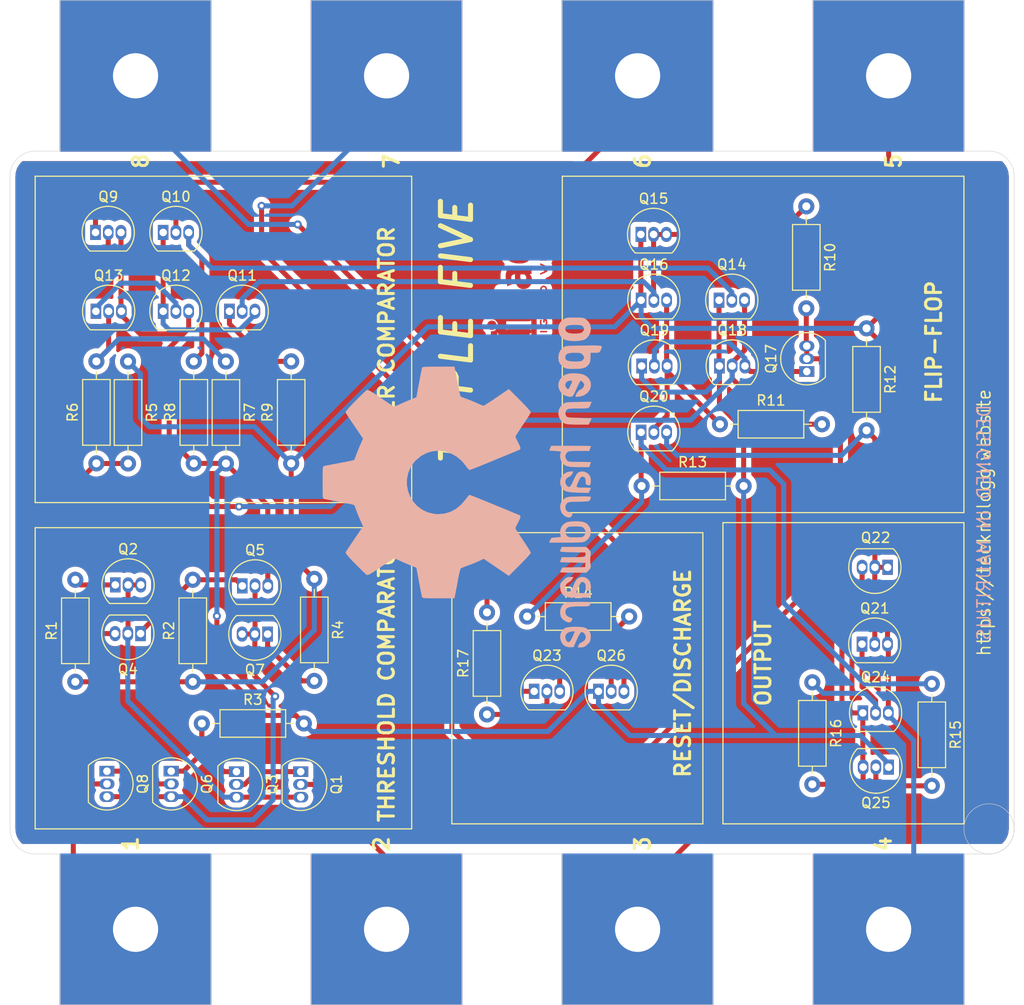
<source format=kicad_pcb>
(kicad_pcb (version 20171130) (host pcbnew "(5.1.6)-1")
  (layers (0 F.Cu signal) (31 B.Cu signal) (34 B.Paste user) (35 F.Paste user) (36 B.SilkS user) (37 F.SilkS user) (38 B.Mask user) (39 F.Mask user) (44 Edge.Cuts user))
  (net 0 "")
  (net 1 "Net-(Q1-Pad1)")
  (net 2 "Net-(Q1-Pad3)")
  (net 3 "Net-(Q2-Pad1)")
  (net 4 "Net-(Q3-Pad1)")
  (net 5 "Net-(Q4-Pad1)")
  (net 6 "Net-(Q14-Pad3)")
  (net 7 "Net-(Q5-Pad2)")
  (net 8 "Net-(Q6-Pad2)")
  (net 9 "Net-(Q7-Pad1)")
  (net 10 "Net-(Q13-Pad2)")
  (net 11 GND)
  (net 12 "Net-(Q10-Pad2)")
  (net 13 "Net-(Q10-Pad1)")
  (net 14 "Net-(Q10-Pad3)")
  (net 15 "Net-(Q11-Pad2)")
  (net 16 "Net-(Q11-Pad1)")
  (net 17 "Net-(Q12-Pad2)")
  (net 18 "Net-(Q16-Pad3)")
  (net 19 "Net-(Q17-Pad2)")
  (net 20 "Net-(Q17-Pad1)")
  (net 21 "Net-(Q20-Pad3)")
  (net 22 "Net-(Q20-Pad1)")
  (net 23 "Net-(Q21-Pad1)")
  (net 24 "Net-(Q23-Pad2)")
  (net 25 "Net-(Q23-Pad3)")
  (net 26 "Net-(Q25-Pad2)")
  (net 27 "Net-(J2-Pad1)")
  (net 28 "Net-(J1-Pad1)")
  (net 29 "Net-(J5-Pad1)")
  (net 30 "Net-(J4-Pad1)")
  (net 31 "Net-(J6-Pad1)")
  (net 32 "Net-(J8-Pad1)")
  (net 33 "Net-(J7-Pad1)")
  (module Resistor_THT:R_Axial_DIN0207_L6.3mm_D2.5mm_P10.16mm_Horizontal (layer F.Cu) (at 233.3 110.05 270)
    (fp_text reference R15 (at 5.08 -2.37 90) (layer F.SilkS))
    (fp_text value 220)
    (pad 1 thru_hole circle (at 0 0 270) (size 1.6 1.6) (drill 0.8) (layers *.Cu *.Mask) (net 22 "Net-(Q20-Pad1)"))
    (pad 2 thru_hole oval (at 10.16 0 270) (size 1.6 1.6) (drill 0.8) (layers *.Cu *.Mask) (net 26 "Net-(Q25-Pad2)"))
  )
  (module Resistor_THT:R_Axial_DIN0207_L6.3mm_D2.5mm_P10.16mm_Horizontal (layer F.Cu) (at 221.4 109.9 270)
    (fp_text reference R16 (at 5.08 -2.37 90) (layer F.SilkS))
    (fp_text value 3.9K)
    (pad 1 thru_hole circle (at 0 0 270) (size 1.6 1.6) (drill 0.8) (layers *.Cu *.Mask) (net 23 "Net-(Q21-Pad1)"))
    (pad 2 thru_hole oval (at 10.16 0 270) (size 1.6 1.6) (drill 0.8) (layers *.Cu *.Mask) (net 31 "Net-(J6-Pad1)"))
  )
  (module Package_TO_SOT_THT:TO-92_Inline (layer F.Cu) (at 226.43 112.95)
    (fp_text reference Q24 (at 1.27 -3.56) (layer F.SilkS))
    (fp_text value 2N3904)
    (pad 1 thru_hole rect (at 0 0) (size 1.05 1.5) (drill 0.75) (layers *.Cu *.Mask) (net 31 "Net-(J6-Pad1)"))
    (pad 3 thru_hole oval (at 2.54 0) (size 1.05 1.5) (drill 0.75) (layers *.Cu *.Mask) (net 30 "Net-(J4-Pad1)"))
    (pad 2 thru_hole oval (at 1.27 0) (size 1.05 1.5) (drill 0.75) (layers *.Cu *.Mask) (net 23 "Net-(Q21-Pad1)"))
  )
  (module Package_TO_SOT_THT:TO-92_Inline (layer F.Cu) (at 229 118.35 180)
    (fp_text reference Q25 (at 1.27 -3.56) (layer F.SilkS))
    (fp_text value 2N3904)
    (pad 2 thru_hole oval (at 1.27 0 180) (size 1.05 1.5) (drill 0.75) (layers *.Cu *.Mask) (net 26 "Net-(Q25-Pad2)"))
    (pad 3 thru_hole oval (at 2.54 0 180) (size 1.05 1.5) (drill 0.75) (layers *.Cu *.Mask) (net 31 "Net-(J6-Pad1)"))
    (pad 1 thru_hole rect (at 0 0 180) (size 1.05 1.5) (drill 0.75) (layers *.Cu *.Mask) (net 11 GND))
  )
  (module Package_TO_SOT_THT:TO-92_Inline (layer F.Cu) (at 226.35 106.1)
    (fp_text reference Q21 (at 1.27 -3.56) (layer F.SilkS))
    (fp_text value 2N3904)
    (pad 2 thru_hole oval (at 1.27 0) (size 1.05 1.5) (drill 0.75) (layers *.Cu *.Mask) (net 21 "Net-(Q20-Pad3)"))
    (pad 3 thru_hole oval (at 2.54 0) (size 1.05 1.5) (drill 0.75) (layers *.Cu *.Mask) (net 30 "Net-(J4-Pad1)"))
    (pad 1 thru_hole rect (at 0 0) (size 1.05 1.5) (drill 0.75) (layers *.Cu *.Mask) (net 23 "Net-(Q21-Pad1)"))
  )
  (module Package_TO_SOT_THT:TO-92_Inline (layer F.Cu) (at 228.9 98.45 180)
    (fp_text reference Q22 (at 1.2 2.95) (layer F.SilkS))
    (fp_text value 2N3906)
    (pad 1 thru_hole rect (at 0 0 180) (size 1.05 1.5) (drill 0.75) (layers *.Cu *.Mask) (net 21 "Net-(Q20-Pad3)"))
    (pad 3 thru_hole oval (at 2.54 0 180) (size 1.05 1.5) (drill 0.75) (layers *.Cu *.Mask) (net 31 "Net-(J6-Pad1)"))
    (pad 2 thru_hole oval (at 1.27 0 180) (size 1.05 1.5) (drill 0.75) (layers *.Cu *.Mask) (net 21 "Net-(Q20-Pad3)"))
  )
  (module Symbol:KiCad-Logo2_5mm_Copper (layer F.Cu) (at 192 72 90)
    (fp_text reference REF** hide)
    (fp_text value KiCad-Logo2_5mm_Copper hide)
    (fp_poly (pts (xy -2.9464 -2.510946) (xy -2.935535 -2.397007) (xy -2.903918 -2.289384) (xy -2.853015 -2.190385) (xy -2.784293 -2.102316) (xy -2.699219 -2.027484) (xy -2.602232 -1.969616) (xy -2.495964 -1.929995) (xy -2.38895 -1.911427) (xy -2.2833 -1.912566) (xy -2.181125 -1.93207) (xy -2.084534 -1.968594) (xy -1.995638 -2.020795) (xy -1.916546 -2.087327) (xy -1.849369 -2.166848) (xy -1.796217 -2.258013) (xy -1.759199 -2.359477) (xy -1.740427 -2.469898) (xy -1.738489 -2.519794) (xy -1.738489 -2.607733) (xy -1.68656 -2.607733) (xy -1.650253 -2.604889) (xy -1.623355 -2.593089) (xy -1.596249 -2.569351) (xy -1.557867 -2.530969) (xy -1.557867 -0.339398) (xy -1.557876 -0.077261) (xy -1.557908 0.163241) (xy -1.557972 0.383048) (xy -1.558076 0.583101) (xy -1.558227 0.764344) (xy -1.558434 0.927716) (xy -1.558706 1.07416) (xy -1.55905 1.204617) (xy -1.559474 1.320029) (xy -1.559987 1.421338) (xy -1.560597 1.509484) (xy -1.561312 1.58541) (xy -1.56214 1.650057) (xy -1.563089 1.704367) (xy -1.564167 1.74928) (xy -1.565383 1.78574) (xy -1.566745 1.814687) (xy -1.568261 1.837063) (xy -1.569938 1.853809) (xy -1.571786 1.865868) (xy -1.573813 1.87418) (xy -1.576025 1.879687) (xy -1.577108 1.881537) (xy -1.581271 1.888549) (xy -1.584805 1.894996) (xy -1.588635 1.9009) (xy -1.593682 1.906286) (xy -1.600871 1.911178) (xy -1.611123 1.915598) (xy -1.625364 1.919572) (xy -1.644514 1.923121) (xy -1.669499 1.92627) (xy -1.70124 1.929042) (xy -1.740662 1.931461) (xy -1.788686 1.933551) (xy -1.846237 1.935335) (xy -1.914237 1.936837) (xy -1.99361 1.93808) (xy -2.085279 1.939089) (xy -2.190166 1.939885) (xy -2.309196 1.940494) (xy -2.44329 1.940939) (xy -2.593373 1.941243) (xy -2.760367 1.94143) (xy -2.945196 1.941524) (xy -3.148783 1.941548) (xy -3.37205 1.941525) (xy -3.615922 1.94148) (xy -3.881321 1.941437) (xy -3.919704 1.941432) (xy -4.186682 1.941389) (xy -4.432002 1.941318) (xy -4.656583 1.941213) (xy -4.861345 1.941066) (xy -5.047206 1.940869) (xy -5.215088 1.940616) (xy -5.365908 1.9403) (xy -5.500587 1.939913) (xy -5.620044 1.939447) (xy -5.725199 1.938897) (xy -5.816971 1.938253) (xy -5.896279 1.937511) (xy -5.964043 1.936661) (xy -6.021182 1.935697) (xy -6.068617 1.934611) (xy -6.107266 1.933397) (xy -6.138049 1.932047) (xy -6.161885 1.930555) (xy -6.179694 1.928911) (xy -6.192395 1.927111) (xy -6.200908 1.925145) (xy -6.205266 1.923477) (xy -6.213728 1.919906) (xy -6.221497 1.91727) (xy -6.228602 1.914634) (xy -6.235073 1.911062) (xy -6.240939 1.905621) (xy -6.246229 1.897375) (xy -6.250974 1.88539) (xy -6.255202 1.868731) (xy -6.258943 1.846463) (xy -6.262227 1.817652) (xy -6.265083 1.781363) (xy -6.26754 1.736661) (xy -6.269629 1.682611) (xy -6.271378 1.618279) (xy -6.272817 1.54273) (xy -6.273976 1.45503) (xy -6.274883 1.354243) (xy -6.275569 1.239434) (xy -6.276063 1.10967) (xy -6.276395 0.964015) (xy -6.276593 0.801535) (xy -6.276687 0.621295) (xy -6.276708 0.42236) (xy -6.276685 0.203796) (xy -6.276646 -0.035332) (xy -6.276622 -0.29596) (xy -6.276622 -0.338111) (xy -6.276636 -0.601008) (xy -6.276661 -0.842268) (xy -6.276671 -1.062835) (xy -6.276642 -1.263648) (xy -6.276548 -1.445651) (xy -6.276362 -1.609784) (xy -6.276059 -1.756989) (xy -6.275614 -1.888208) (xy -6.275034 -1.998133) (xy -5.972197 -1.998133) (xy -5.932407 -1.940289) (xy -5.921236 -1.924521) (xy -5.911166 -1.910559) (xy -5.902138 -1.897216) (xy -5.894097 -1.883307) (xy -5.886986 -1.867644) (xy -5.880747 -1.849042) (xy -5.875325 -1.826314) (xy -5.870662 -1.798273) (xy -5.866701 -1.763733) (xy -5.863385 -1.721508) (xy -5.860659 -1.670411) (xy -5.858464 -1.609256) (xy -5.856745 -1.536856) (xy -5.855444 -1.452025) (xy -5.854505 -1.353578) (xy -5.85387 -1.240326) (xy -5.853484 -1.111084) (xy -5.853288 -0.964666) (xy -5.853227 -0.799884) (xy -5.853243 -0.615553) (xy -5.85328 -0.410487) (xy -5.853289 -0.287867) (xy -5.853265 -0.070918) (xy -5.853231 0.124642) (xy -5.853243 0.299999) (xy -5.853358 0.456341) (xy -5.85363 0.594857) (xy -5.854118 0.716734) (xy -5.854876 0.82316) (xy -5.855962 0.915322) (xy -5.857431 0.994409) (xy -5.85934 1.061608) (xy -5.861744 1.118107) (xy -5.864701 1.165093) (xy -5.868266 1.203755) (xy -5.872495 1.23528) (xy -5.877446 1.260855) (xy -5.883173 1.28167) (xy -5.889733 1.298911) (xy -5.897183 1.313765) (xy -5.905579 1.327422) (xy -5.914976 1.341069) (xy -5.925432 1.355893) (xy -5.931523 1.364783) (xy -5.970296 1.4224) (xy -5.438732 1.4224) (xy -5.315483 1.422365) (xy -5.212987 1.422215) (xy -5.12942 1.421878) (xy -5.062956 1.421286) (xy -5.011771 1.420367) (xy -4.974041 1.419051) (xy -4.94794 1.417269) (xy -4.931644 1.414951) (xy -4.923328 1.412026) (xy -4.921168 1.408424) (xy -4.923339 1.404075) (xy -4.924535 1.402645) (xy -4.949685 1.365573) (xy -4.975583 1.312772) (xy -4.999192 1.25077) (xy -5.007461 1.224357) (xy -5.012078 1.206416) (xy -5.015979 1.185355) (xy -5.019248 1.159089) (xy -5.021966 1.125532) (xy -5.024215 1.082599) (xy -5.026077 1.028204) (xy -5.027636 0.960262) (xy -5.028972 0.876688) (xy -5.030169 0.775395) (xy -5.031308 0.6543) (xy -5.031685 0.6096) (xy -5.032702 0.484449) (xy -5.03346 0.380082) (xy -5.033903 0.294707) (xy -5.03397 0.226533) (xy -5.033605 0.173765) (xy -5.032748 0.134614) (xy -5.031341 0.107285) (xy -5.029325 0.089986) (xy -5.026643 0.080926) (xy -5.023236 0.078312) (xy -5.019044 0.080351) (xy -5.014571 0.084667) (xy -5.004216 0.097602) (xy -4.982158 0.126676) (xy -4.949957 0.169759) (xy -4.909174 0.224718) (xy -4.86137 0.289423) (xy -4.808105 0.361742) (xy -4.75094 0.439544) (xy -4.691437 0.520698) (xy -4.631155 0.603072) (xy -4.571655 0.684536) (xy -4.514498 0.762957) (xy -4.461245 0.836204) (xy -4.413457 0.902147) (xy -4.372693 0.958654) (xy -4.340516 1.003593) (xy -4.318485 1.034834) (xy -4.313917 1.041466) (xy -4.290996 1.078369) (xy -4.264188 1.126359) (xy -4.238789 1.175897) (xy -4.235568 1.182577) (xy -4.21389 1.230772) (xy -4.201304 1.268334) (xy -4.195574 1.30416) (xy -4.194456 1.3462) (xy -4.19509 1.4224) (xy -3.040651 1.4224) (xy -3.131815 1.328669) (xy -3.178612 1.278775) (xy -3.228899 1.222295) (xy -3.274944 1.168026) (xy -3.295369 1.142673) (xy -3.325807 1.103128) (xy -3.365862 1.049916) (xy -3.414361 0.984667) (xy -3.470135 0.909011) (xy -3.532011 0.824577) (xy -3.598819 0.732994) (xy -3.669387 0.635892) (xy -3.742545 0.534901) (xy -3.817121 0.43165) (xy -3.891944 0.327768) (xy -3.965843 0.224885) (xy -4.037646 0.124631) (xy -4.106184 0.028636) (xy -4.170284 -0.061473) (xy -4.228775 -0.144064) (xy -4.280486 -0.217508) (xy -4.324247 -0.280176) (xy -4.358885 -0.330439) (xy -4.38323 -0.366666) (xy -4.396111 -0.387229) (xy -4.397869 -0.391332) (xy -4.38991 -0.402658) (xy -4.369115 -0.429838) (xy -4.336847 -0.471171) (xy -4.29447 -0.524956) (xy -4.243347 -0.589494) (xy -4.184841 -0.663082) (xy -4.120314 -0.744022) (xy -4.051131 -0.830612) (xy -3.978653 -0.921152) (xy -3.904246 -1.01394) (xy -3.844517 -1.088298) (xy -2.833511 -1.088298) (xy -2.827602 -1.075341) (xy -2.813272 -1.053092) (xy -2.812225 -1.051609) (xy -2.793438 -1.021456) (xy -2.773791 -0.984625) (xy -2.769892 -0.976489) (xy -2.766356 -0.96806) (xy -2.76323 -0.957941) (xy -2.760486 -0.94474) (xy -2.758092 -0.927062) (xy -2.756019 -0.903516) (xy -2.754235 -0.872707) (xy -2.752712 -0.833243) (xy -2.751419 -0.783731) (xy -2.750326 -0.722777) (xy -2.749403 -0.648989) (xy -2.748619 -0.560972) (xy -2.747945 -0.457335) (xy -2.74735 -0.336684) (xy -2.746805 -0.197626) (xy -2.746279 -0.038768) (xy -2.745745 0.140089) (xy -2.745206 0.325207) (xy -2.744772 0.489145) (xy -2.744509 0.633303) (xy -2.744484 0.759079) (xy -2.744765 0.867871) (xy -2.745419 0.961077) (xy -2.746514 1.040097) (xy -2.748118 1.106328) (xy -2.750297 1.16117) (xy -2.753119 1.206021) (xy -2.756651 1.242278) (xy -2.760961 1.271341) (xy -2.766117 1.294609) (xy -2.772185 1.313479) (xy -2.779233 1.329351) (xy -2.787329 1.343622) (xy -2.79654 1.357691) (xy -2.80504 1.370158) (xy -2.822176 1.396452) (xy -2.832322 1.414037) (xy -2.833511 1.417257) (xy -2.822604 1.418334) (xy -2.791411 1.419335) (xy -2.742223 1.420235) (xy -2.677333 1.42101) (xy -2.59903 1.421637) (xy -2.509607 1.422091) (xy -2.411356 1.422349) (xy -2.342445 1.4224) (xy -2.237452 1.42218) (xy -2.14061 1.421548) (xy -2.054107 1.420549) (xy -1.980132 1.419227) (xy -1.920874 1.417626) (xy -1.87852 1.415791) (xy -1.85526 1.413765) (xy -1.851378 1.412493) (xy -1.859076 1.397591) (xy -1.867074 1.38956) (xy -1.880246 1.372434) (xy -1.897485 1.342183) (xy -1.909407 1.317622) (xy -1.936045 1.258711) (xy -1.93912 0.081845) (xy -1.942195 -1.095022) (xy -2.387853 -1.095022) (xy -2.48567 -1.094858) (xy -2.576064 -1.094389) (xy -2.65663 -1.093653) (xy -2.724962 -1.092684) (xy -2.778656 -1.09152) (xy -2.815305 -1.090197) (xy -2.832504 -1.088751) (xy -2.833511 -1.088298) (xy -3.844517 -1.088298) (xy -3.82927 -1.107278) (xy -3.75509 -1.199463) (xy -3.683069 -1.288796) (xy -3.614569 -1.373576) (xy -3.550955 -1.452102) (xy -3.493588 -1.522674) (xy -3.443833 -1.583591) (xy -3.403052 -1.633153) (xy -3.385888 -1.653822) (xy -3.299596 -1.754484) (xy -3.222997 -1.837741) (xy -3.154183 -1.905562) (xy -3.091248 -1.959911) (xy -3.081867 -1.967278) (xy -3.042356 -1.997883) (xy -4.174116 -1.998133) (xy -4.168827 -1.950156) (xy -4.17213 -1.892812) (xy -4.193661 -1.824537) (xy -4.233635 -1.744788) (xy -4.278943 -1.672505) (xy -4.295161 -1.64986) (xy -4.323214 -1.612304) (xy -4.36143 -1.561979) (xy -4.408137 -1.501027) (xy -4.461661 -1.431589) (xy -4.520331 -1.355806) (xy -4.582475 -1.27582) (xy -4.646421 -1.193772) (xy -4.710495 -1.111804) (xy -4.773027 -1.032057) (xy -4.832343 -0.956673) (xy -4.886771 -0.887793) (xy -4.934639 -0.827558) (xy -4.974275 -0.778111) (xy -5.004006 -0.741592) (xy -5.022161 -0.720142) (xy -5.02522 -0.716844) (xy -5.028079 -0.724851) (xy -5.030293 -0.755145) (xy -5.031857 -0.807444) (xy -5.032767 -0.881469) (xy -5.03302 -0.976937) (xy -5.032613 -1.093566) (xy -5.031704 -1.213555) (xy -5.030382 -1.345667) (xy -5.028857 -1.457406) (xy -5.026881 -1.550975) (xy -5.024206 -1.628581) (xy -5.020582 -1.692426) (xy -5.015761 -1.744717) (xy -5.009494 -1.787656) (xy -5.001532 -1.823449) (xy -4.991627 -1.8543) (xy -4.979531 -1.882414) (xy -4.964993 -1.909995) (xy -4.950311 -1.935034) (xy -4.912314 -1.998133) (xy -5.972197 -1.998133) (xy -6.275034 -1.998133) (xy -6.275001 -2.004383) (xy -6.274195 -2.106456) (xy -6.27317 -2.195367) (xy -6.2719 -2.272059) (xy -6.27036 -2.337473) (xy -6.268524 -2.392551) (xy -6.266367 -2.438235) (xy -6.263863 -2.475466) (xy -6.260987 -2.505187) (xy -6.257713 -2.528338) (xy -6.254015 -2.545861) (xy -6.249869 -2.558699) (xy -6.245247 -2.567792) (xy -6.240126 -2.574082) (xy -6.234478 -2.578512) (xy -6.228279 -2.582022) (xy -6.221504 -2.585555) (xy -6.215508 -2.589124) (xy -6.210275 -2.5917) (xy -6.202099 -2.594028) (xy -6.189886 -2.596122) (xy -6.172541 -2.597993) (xy -6.148969 -2.599653) (xy -6.118077 -2.601116) (xy -6.078768 -2.602392) (xy -6.02995 -2.603496) (xy -5.970527 -2.604439) (xy -5.899404 -2.605233) (xy -5.815488 -2.605891) (xy -5.717683 -2.606425) (xy -5.604894 -2.606847) (xy -5.476029 -2.607171) (xy -5.329991 -2.607408) (xy -5.165686 -2.60757) (xy -4.98202 -2.60767) (xy -4.777897 -2.60772) (xy -4.566753 -2.607733) (xy -2.9464 -2.607733) (xy -2.9464 -2.510946)) (layer F.Cu) (width 0.01))
    (fp_poly (pts (xy 0.328429 -2.050929) (xy 0.48857 -2.029755) (xy 0.65251 -1.989615) (xy 0.822313 -1.930111) (xy 1.000043 -1.850846) (xy 1.01131 -1.845301) (xy 1.069005 -1.817275) (xy 1.120552 -1.793198) (xy 1.162191 -1.774751) (xy 1.190162 -1.763614) (xy 1.199733 -1.761067) (xy 1.21895 -1.756059) (xy 1.223561 -1.751853) (xy 1.218458 -1.74142) (xy 1.202418 -1.715132) (xy 1.177288 -1.675743) (xy 1.144914 -1.626009) (xy 1.107143 -1.568685) (xy 1.065822 -1.506524) (xy 1.022798 -1.442282) (xy 0.979917 -1.378715) (xy 0.939026 -1.318575) (xy 0.901971 -1.26462) (xy 0.8706 -1.219603) (xy 0.846759 -1.186279) (xy 0.832294 -1.167403) (xy 0.830309 -1.165213) (xy 0.820191 -1.169862) (xy 0.79785 -1.187038) (xy 0.76728 -1.21356) (xy 0.751536 -1.228036) (xy 0.655047 -1.303318) (xy 0.548336 -1.358759) (xy 0.432832 -1.393859) (xy 0.309962 -1.40812) (xy 0.240561 -1.406949) (xy 0.119423 -1.389788) (xy 0.010205 -1.353906) (xy -0.087418 -1.299041) (xy -0.173772 -1.22493) (xy -0.249185 -1.131312) (xy -0.313982 -1.017924) (xy -0.351399 -0.931333) (xy -0.395252 -0.795634) (xy -0.427572 -0.64815) (xy -0.448443 -0.492686) (xy -0.457949 -0.333044) (xy -0.456173 -0.173027) (xy -0.443197 -0.016439) (xy -0.419106 0.132918) (xy -0.383982 0.27124) (xy -0.337908 0.394724) (xy -0.321627 0.428978) (xy -0.25338 0.543064) (xy -0.172921 0.639557) (xy -0.08143 0.71767) (xy 0.019911 0.776617) (xy 0.12992 0.815612) (xy 0.247415 0.833868) (xy 0.288883 0.835211) (xy 0.410441 0.82429) (xy 0.530878 0.791474) (xy 0.648666 0.737439) (xy 0.762277 0.662865) (xy 0.853685 0.584539) (xy 0.900215 0.540008) (xy 1.081483 0.837271) (xy 1.12658 0.911433) (xy 1.167819 0.979646) (xy 1.203735 1.039459) (xy 1.232866 1.08842) (xy 1.25375 1.124079) (xy 1.264924 1.143984) (xy 1.266375 1.147079) (xy 1.258146 1.156718) (xy 1.232567 1.173999) (xy 1.192873 1.197283) (xy 1.142297 1.224934) (xy 1.084074 1.255315) (xy 1.021437 1.28679) (xy 0.957621 1.317722) (xy 0.89586 1.346473) (xy 0.839388 1.371408) (xy 0.791438 1.390889) (xy 0.767986 1.399318) (xy 0.634221 1.437133) (xy 0.496327 1.462136) (xy 0.348622 1.47514) (xy 0.221833 1.477468) (xy 0.153878 1.476373) (xy 0.088277 1.474275) (xy 0.030847 1.471434) (xy -0.012597 1.468106) (xy -0.026702 1.466422) (xy -0.165716 1.437587) (xy -0.307243 1.392468) (xy -0.444725 1.33375) (xy -0.571606 1.26412) (xy -0.649111 1.211441) (xy -0.776519 1.103239) (xy -0.894822 0.976671) (xy -1.001828 0.834866) (xy -1.095348 0.680951) (xy -1.17319 0.518053) (xy -1.217044 0.400756) (xy -1.267292 0.217128) (xy -1.300791 0.022581) (xy -1.317551 -0.178675) (xy -1.317584 -0.382432) (xy -1.300899 -0.584479) (xy -1.267507 -0.780608) (xy -1.21742 -0.966609) (xy -1.213603 -0.978197) (xy -1.150719 -1.14025) (xy -1.073972 -1.288168) (xy -0.980758 -1.426135) (xy -0.868473 -1.558339) (xy -0.824608 -1.603601) (xy -0.688466 -1.727543) (xy -0.548509 -1.830085) (xy -0.402589 -1.912344) (xy -0.248558 -1.975436) (xy -0.084268 -2.020477) (xy 0.011289 -2.037967) (xy 0.170023 -2.053534) (xy 0.328429 -2.050929)) (layer F.Cu) (width 0.01))
    (fp_poly (pts (xy 2.673574 -1.133448) (xy 2.825492 -1.113433) (xy 2.960756 -1.079798) (xy 3.080239 -1.032275) (xy 3.184815 -0.970595) (xy 3.262424 -0.907035) (xy 3.331265 -0.832901) (xy 3.385006 -0.753129) (xy 3.42791 -0.660909) (xy 3.443384 -0.617839) (xy 3.456244 -0.578858) (xy 3.467446 -0.542711) (xy 3.47712 -0.507566) (xy 3.485396 -0.47159) (xy 3.492403 -0.43295) (xy 3.498272 -0.389815) (xy 3.503131 -0.340351) (xy 3.50711 -0.282727) (xy 3.51034 -0.215109) (xy 3.512949 -0.135666) (xy 3.515067 -0.042564) (xy 3.516824 0.066027) (xy 3.518349 0.191942) (xy 3.519772 0.337012) (xy 3.521025 0.479778) (xy 3.522351 0.635968) (xy 3.523556 0.771239) (xy 3.524766 0.887246) (xy 3.526106 0.985645) (xy 3.5277 1.068093) (xy 3.529675 1.136246) (xy 3.532156 1.19176) (xy 3.535269 1.236292) (xy 3.539138 1.271498) (xy 3.543889 1.299034) (xy 3.549648 1.320556) (xy 3.556539 1.337722) (xy 3.564689 1.352186) (xy 3.574223 1.365606) (xy 3.585266 1.379638) (xy 3.589566 1.385071) (xy 3.605386 1.40791) (xy 3.612422 1.423463) (xy 3.612444 1.423922) (xy 3.601567 1.426121) (xy 3.570582 1.428147) (xy 3.521957 1.429942) (xy 3.458163 1.431451) (xy 3.381669 1.432616) (xy 3.294944 1.43338) (xy 3.200457 1.433686) (xy 3.18955 1.433689) (xy 2.766657 1.433689) (xy 2.763395 1.337622) (xy 2.760133 1.241556) (xy 2.698044 1.292543) (xy 2.600714 1.360057) (xy 2.490813 1.414749) (xy 2.404349 1.444978) (xy 2.335278 1.459666) (xy 2.251925 1.469659) (xy 2.162159 1.474646) (xy 2.073845 1.474313) (xy 1.994851 1.468351) (xy 1.958622 1.462638) (xy 1.818603 1.424776) (xy 1.692178 1.369932) (xy 1.58026 1.298924) (xy 1.483762 1.212568) (xy 1.4036 1.111679) (xy 1.340687 0.997076) (xy 1.296312 0.870984) (xy 1.283978 0.814401) (xy 1.276368 0.752202) (xy 1.272739 0.677363) (xy 1.272245 0.643467) (xy 1.27231 0.640282) (xy 2.032248 0.640282) (xy 2.041541 0.715333) (xy 2.069728 0.77916) (xy 2.118197 0.834798) (xy 2.123254 0.839211) (xy 2.171548 0.874037) (xy 2.223257 0.89662) (xy 2.283989 0.90854) (xy 2.359352 0.911383) (xy 2.377459 0.910978) (xy 2.431278 0.908325) (xy 2.471308 0.902909) (xy 2.506324 0.892745) (xy 2.545103 0.87585) (xy 2.555745 0.870672) (xy 2.616396 0.834844) (xy 2.663215 0.792212) (xy 2.675952 0.776973) (xy 2.720622 0.720462) (xy 2.720622 0.524586) (xy 2.720086 0.445939) (xy 2.718396 0.387988) (xy 2.715428 0.348875) (xy 2.711057 0.326741) (xy 2.706972 0.320274) (xy 2.691047 0.317111) (xy 2.657264 0.314488) (xy 2.61034 0.312655) (xy 2.554993 0.311857) (xy 2.546106 0.311842) (xy 2.42533 0.317096) (xy 2.32266 0.333263) (xy 2.236106 0.360961) (xy 2.163681 0.400808) (xy 2.108751 0.447758) (xy 2.064204 0.505645) (xy 2.03948 0.568693) (xy 2.032248 0.640282) (xy 1.27231 0.640282) (xy 1.274178 0.549712) (xy 1.282522 0.470812) (xy 1.298768 0.39959) (xy 1.324405 0.328864) (xy 1.348401 0.276493) (xy 1.40702 0.181196) (xy 1.485117 0.09317) (xy 1.580315 0.014017) (xy 1.690238 -0.05466) (xy 1.81251 -0.111259) (xy 1.944755 -0.154179) (xy 2.009422 -0.169118) (xy 2.145604 -0.191223) (xy 2.294049 -0.205806) (xy 2.445505 -0.212187) (xy 2.572064 -0.210555) (xy 2.73395 -0.203776) (xy 2.72653 -0.262755) (xy 2.707238 -0.361908) (xy 2.676104 -0.442628) (xy 2.632269 -0.505534) (xy 2.574871 -0.551244) (xy 2.503048 -0.580378) (xy 2.415941 -0.593553) (xy 2.312686 -0.591389) (xy 2.274711 -0.587388) (xy 2.13352 -0.56222) (xy 1.996707 -0.521186) (xy 1.902178 -0.483185) (xy 1.857018 -0.46381) (xy 1.818585 -0.44824) (xy 1.792234 -0.438595) (xy 1.784546 -0.436548) (xy 1.774802 -0.445626) (xy 1.758083 -0.474595) (xy 1.734232 -0.523783) (xy 1.703093 -0.593516) (xy 1.664507 -0.684121) (xy 1.65791 -0.699911) (xy 1.627853 -0.772228) (xy 1.600874 -0.837575) (xy 1.578136 -0.893094) (xy 1.560806 -0.935928) (xy 1.550048 -0.963219) (xy 1.546941 -0.972058) (xy 1.55694 -0.976813) (xy 1.583217 -0.98209) (xy 1.611489 -0.985769) (xy 1.641646 -0.990526) (xy 1.689433 -0.999972) (xy 1.750612 -1.01318) (xy 1.820946 -1.029224) (xy 1.896194 -1.04718) (xy 1.924755 -1.054203) (xy 2.029816 -1.079791) (xy 2.11748 -1.099853) (xy 2.192068 -1.115031) (xy 2.257903 -1.125965) (xy 2.319307 -1.133296) (xy 2.380602 -1.137665) (xy 2.44611 -1.139713) (xy 2.504128 -1.140111) (xy 2.673574 -1.133448)) (layer F.Cu) (width 0.01))
    (fp_poly (pts (xy 6.186507 -0.527755) (xy 6.186526 -0.293338) (xy 6.186552 -0.080397) (xy 6.186625 0.112168) (xy 6.186782 0.285459) (xy 6.187064 0.440576) (xy 6.187509 0.57862) (xy 6.188156 0.700692) (xy 6.189045 0.807894) (xy 6.190213 0.901326) (xy 6.191701 0.98209) (xy 6.193546 1.051286) (xy 6.195789 1.110015) (xy 6.198469 1.159379) (xy 6.201623 1.200478) (xy 6.205292 1.234413) (xy 6.209513 1.262286) (xy 6.214327 1.285198) (xy 6.219773 1.304249) (xy 6.225888 1.32054) (xy 6.232712 1.335173) (xy 6.240285 1.349249) (xy 6.248645 1.363868) (xy 6.253839 1.372974) (xy 6.288104 1.433689) (xy 5.429955 1.433689) (xy 5.429955 1.337733) (xy 5.429224 1.29437) (xy 5.427272 1.261205) (xy 5.424463 1.243424) (xy 5.423221 1.241778) (xy 5.411799 1.248662) (xy 5.389084 1.266505) (xy 5.366385 1.285879) (xy 5.3118 1.326614) (xy 5.242321 1.367617) (xy 5.16527 1.405123) (xy 5.087965 1.435364) (xy 5.057113 1.445012) (xy 4.988616 1.459578) (xy 4.905764 1.469539) (xy 4.816371 1.474583) (xy 4.728248 1.474396) (xy 4.649207 1.468666) (xy 4.611511 1.462858) (xy 4.473414 1.424797) (xy 4.346113 1.367073) (xy 4.230292 1.290211) (xy 4.126637 1.194739) (xy 4.035833 1.081179) (xy 3.969031 0.970381) (xy 3.914164 0.853625) (xy 3.872163 0.734276) (xy 3.842167 0.608283) (xy 3.823311 0.471594) (xy 3.814732 0.320158) (xy 3.814006 0.242711) (xy 3.8161 0.185934) (xy 4.645217 0.185934) (xy 4.645424 0.279002) (xy 4.648337 0.366692) (xy 4.654 0.443772) (xy 4.662455 0.505009) (xy 4.665038 0.51735) (xy 4.69684 0.624633) (xy 4.738498 0.711658) (xy 4.790363 0.778642) (xy 4.852781 0.825805) (xy 4.9261 0.853365) (xy 5.010669 0.861541) (xy 5.106835 0.850551) (xy 5.170311 0.834829) (xy 5.219454 0.816639) (xy 5.273583 0.790791) (xy 5.314244 0.767089) (xy 5.3848 0.720721) (xy 5.3848 -0.42947) (xy 5.317392 -0.473038) (xy 5.238867 -0.51396) (xy 5.154681 -0.540611) (xy 5.069557 -0.552535) (xy 4.988216 -0.549278) (xy 4.91538 -0.530385) (xy 4.883426 -0.514816) (xy 4.825501 -0.471819) (xy 4.776544 -0.415047) (xy 4.73539 -0.342425) (xy 4.700874 -0.251879) (xy 4.671833 -0.141334) (xy 4.670552 -0.135467) (xy 4.660381 -0.073212) (xy 4.652739 0.004594) (xy 4.64767 0.09272) (xy 4.645217 0.185934) (xy 3.8161 0.185934) (xy 3.821857 0.029895) (xy 3.843802 -0.165941) (xy 3.879786 -0.344668) (xy 3.929759 -0.506155) (xy 3.993668 -0.650274) (xy 4.071462 -0.776894) (xy 4.163089 -0.885885) (xy 4.268497 -0.977117) (xy 4.313662 -1.008068) (xy 4.414611 -1.064215) (xy 4.517901 -1.103826) (xy 4.627989 -1.127986) (xy 4.74933 -1.137781) (xy 4.841836 -1.136735) (xy 4.97149 -1.125769) (xy 5.084084 -1.103954) (xy 5.182875 -1.070286) (xy 5.271121 -1.023764) (xy 5.319986 -0.989552) (xy 5.349353 -0.967638) (xy 5.371043 -0.952667) (xy 5.379253 -0.948267) (xy 5.380868 -0.959096) (xy 5.382159 -0.989749) (xy 5.383138 -1.037474) (xy 5.383817 -1.099521) (xy 5.38421 -1.173138) (xy 5.38433 -1.255573) (xy 5.384188 -1.344075) (xy 5.383797 -1.435893) (xy 5.383171 -1.528276) (xy 5.38232 -1.618472) (xy 5.38126 -1.703729) (xy 5.380001 -1.781297) (xy 5.378556 -1.848424) (xy 5.376938 -1.902359) (xy 5.375161 -1.94035) (xy 5.374669 -1.947333) (xy 5.367092 -2.017749) (xy 5.355531 -2.072898) (xy 5.337792 -2.120019) (xy 5.311682 -2.166353) (xy 5.305415 -2.175933) (xy 5.280983 -2.212622) (xy 6.186311 -2.212622) (xy 6.186507 -0.527755)) (layer F.Cu) (width 0.01))
    (fp_poly (pts (xy -2.273043 -2.973429) (xy -2.176768 -2.949191) (xy -2.090184 -2.906359) (xy -2.015373 -2.846581) (xy -1.954418 -2.771506) (xy -1.909399 -2.68278) (xy -1.883136 -2.58647) (xy -1.877286 -2.489205) (xy -1.89214 -2.395346) (xy -1.92584 -2.307489) (xy -1.976528 -2.22823) (xy -2.042345 -2.160164) (xy -2.121434 -2.105888) (xy -2.211934 -2.067998) (xy -2.2632 -2.055574) (xy -2.307698 -2.048053) (xy -2.341999 -2.045081) (xy -2.37496 -2.046906) (xy -2.415434 -2.053775) (xy -2.448531 -2.06075) (xy -2.541947 -2.092259) (xy -2.625619 -2.143383) (xy -2.697665 -2.212571) (xy -2.7562 -2.298272) (xy -2.770148 -2.325511) (xy -2.786586 -2.361878) (xy -2.796894 -2.392418) (xy -2.80246 -2.42455) (xy -2.804669 -2.465693) (xy -2.804948 -2.511778) (xy -2.800861 -2.596135) (xy -2.787446 -2.665414) (xy -2.762256 -2.726039) (xy -2.722846 -2.784433) (xy -2.684298 -2.828698) (xy -2.612406 -2.894516) (xy -2.537313 -2.939947) (xy -2.454562 -2.96715) (xy -2.376928 -2.977424) (xy -2.273043 -2.973429)) (layer F.Cu) (width 0.01))
    (fp_poly (pts (xy -6.121371 2.269066) (xy -6.081889 2.269467) (xy -5.9662 2.272259) (xy -5.869311 2.28055) (xy -5.787919 2.295232) (xy -5.718723 2.317193) (xy -5.65842 2.347322) (xy -5.603708 2.38651) (xy -5.584167 2.403532) (xy -5.55175 2.443363) (xy -5.52252 2.497413) (xy -5.499991 2.557323) (xy -5.487679 2.614739) (xy -5.4864 2.635956) (xy -5.494417 2.694769) (xy -5.515899 2.759013) (xy -5.546999 2.819821) (xy -5.583866 2.86833) (xy -5.589854 2.874182) (xy -5.640579 2.915321) (xy -5.696125 2.947435) (xy -5.759696 2.971365) (xy -5.834494 2.987953) (xy -5.923722 2.998041) (xy -6.030582 3.002469) (xy -6.079528 3.002845) (xy -6.141762 3.002545) (xy -6.185528 3.001292) (xy -6.214931 2.998554) (xy -6.234079 2.993801) (xy -6.247077 2.986501) (xy -6.254045 2.980267) (xy -6.260626 2.972694) (xy -6.265788 2.962924) (xy -6.269703 2.94834) (xy -6.272543 2.926326) (xy -6.27448 2.894264) (xy -6.275684 2.849536) (xy -6.276328 2.789526) (xy -6.276583 2.711617) (xy -6.276622 2.635956) (xy -6.27687 2.535041) (xy -6.276817 2.454427) (xy -6.275857 2.415822) (xy -6.129867 2.415822) (xy -6.129867 2.856089) (xy -6.036734 2.856004) (xy -5.980693 2.854396) (xy -5.921999 2.850256) (xy -5.873028 2.844464) (xy -5.871538 2.844226) (xy -5.792392 2.82509) (xy -5.731002 2.795287) (xy -5.684305 2.752878) (xy -5.654635 2.706961) (xy -5.636353 2.656026) (xy -5.637771 2.6082) (xy -5.658988 2.556933) (xy -5.700489 2.503899) (xy -5.757998 2.4646) (xy -5.83275 2.438331) (xy -5.882708 2.429035) (xy -5.939416 2.422507) (xy -5.999519 2.417782) (xy -6.050639 2.415817) (xy -6.053667 2.415808) (xy -6.129867 2.415822) (xy -6.275857 2.415822) (xy -6.27526 2.391851) (xy -6.270998 2.345055) (xy -6.26283 2.311778) (xy -6.249556 2.289759) (xy -6.229974 2.276739) (xy -6.202883 2.270457) (xy -6.167082 2.268653) (xy -6.121371 2.269066)) (layer F.Cu) (width 0.01))
    (fp_poly (pts (xy -4.712794 2.269146) (xy -4.643386 2.269518) (xy -4.590997 2.270385) (xy -4.552847 2.271946) (xy -4.526159 2.274403) (xy -4.508153 2.277957) (xy -4.496049 2.28281) (xy -4.487069 2.289161) (xy -4.483818 2.292084) (xy -4.464043 2.323142) (xy -4.460482 2.358828) (xy -4.473491 2.39051) (xy -4.479506 2.396913) (xy -4.489235 2.403121) (xy -4.504901 2.40791) (xy -4.529408 2.411514) (xy -4.565661 2.414164) (xy -4.616565 2.416095) (xy -4.685026 2.417539) (xy -4.747617 2.418418) (xy -4.995334 2.421467) (xy -4.998719 2.486378) (xy -5.002105 2.551289) (xy -4.833958 2.551289) (xy -4.760959 2.551919) (xy -4.707517 2.554553) (xy -4.670628 2.560309) (xy -4.647288 2.570304) (xy -4.634494 2.585656) (xy -4.629242 2.607482) (xy -4.628445 2.627738) (xy -4.630923 2.652592) (xy -4.640277 2.670906) (xy -4.659383 2.683637) (xy -4.691118 2.691741) (xy -4.738359 2.696176) (xy -4.803983 2.697899) (xy -4.839801 2.698045) (xy -5.000978 2.698045) (xy -5.000978 2.856089) (xy -4.752622 2.856089) (xy -4.671213 2.856202) (xy -4.609342 2.856712) (xy -4.563968 2.85787) (xy -4.532054 2.85993) (xy -4.510559 2.863146) (xy -4.496443 2.867772) (xy -4.486668 2.874059) (xy -4.481689 2.878667) (xy -4.46461 2.90556) (xy -4.459111 2.929467) (xy -4.466963 2.958667) (xy -4.481689 2.980267) (xy -4.489546 2.987066) (xy -4.499688 2.992346) (xy -4.514844 2.996298) (xy -4.537741 2.999113) (xy -4.571109 3.000982) (xy -4.617675 3.002098) (xy -4.680167 3.002651) (xy -4.761314 3.002833) (xy -4.803422 3.002845) (xy -4.893598 3.002765) (xy -4.963924 3.002398) (xy -5.017129 3.001552) (xy -5.05594 3.000036) (xy -5.083087 2.997659) (xy -5.101298 2.994229) (xy -5.1133 2.989554) (xy -5.121822 2.983444) (xy -5.125156 2.980267) (xy -5.131755 2.97267) (xy -5.136927 2.96287) (xy -5.140846 2.948239) (xy -5.143684 2.926152) (xy -5.145615 2.893982) (xy -5.146812 2.849103) (xy -5.147448 2.788889) (xy -5.147697 2.710713) (xy -5.147734 2.637923) (xy -5.1477 2.544707) (xy -5.147465 2.471431) (xy -5.14683 2.415458) (xy -5.145594 2.374151) (xy -5.143556 2.344872) (xy -5.140517 2.324984) (xy -5.136277 2.31185) (xy -5.130635 2.302832) (xy -5.123391 2.295293) (xy -5.121606 2.293612) (xy -5.112945 2.286172) (xy -5.102882 2.280409) (xy -5.088625 2.276112) (xy -5.067383 2.273064) (xy -5.036364 2.271051) (xy -4.992777 2.26986) (xy -4.933831 2.269275) (xy -4.856734 2.269083) (xy -4.802001 2.269067) (xy -4.712794 2.269146)) (layer F.Cu) (width 0.01))
    (fp_poly (pts (xy -3.691703 2.270351) (xy -3.616888 2.275581) (xy -3.547306 2.28375) (xy -3.487002 2.29455) (xy -3.44002 2.307673) (xy -3.410406 2.322813) (xy -3.40586 2.327269) (xy -3.390054 2.36185) (xy -3.394847 2.397351) (xy -3.419364 2.427725) (xy -3.420534 2.428596) (xy -3.434954 2.437954) (xy -3.450008 2.442876) (xy -3.471005 2.443473) (xy -3.503257 2.439861) (xy -3.552073 2.432154) (xy -3.556 2.431505) (xy -3.628739 2.422569) (xy -3.707217 2.418161) (xy -3.785927 2.418119) (xy -3.859361 2.422279) (xy -3.922011 2.430479) (xy -3.96837 2.442557) (xy -3.971416 2.443771) (xy -4.005048 2.462615) (xy -4.016864 2.481685) (xy -4.007614 2.500439) (xy -3.978047 2.518337) (xy -3.928911 2.534837) (xy -3.860957 2.549396) (xy -3.815645 2.556406) (xy -3.721456 2.569889) (xy -3.646544 2.582214) (xy -3.587717 2.594449) (xy -3.541785 2.607661) (xy -3.505555 2.622917) (xy -3.475838 2.641285) (xy -3.449442 2.663831) (xy -3.42823 2.685971) (xy -3.403065 2.716819) (xy -3.390681 2.743345) (xy -3.386808 2.776026) (xy -3.386667 2.787995) (xy -3.389576 2.827712) (xy -3.401202 2.857259) (xy -3.421323 2.883486) (xy -3.462216 2.923576) (xy -3.507817 2.954149) (xy -3.561513 2.976203) (xy -3.626692 2.990735) (xy -3.706744 2.998741) (xy -3.805057 3.001218) (xy -3.821289 3.001177) (xy -3.886849 2.999818) (xy -3.951866 2.99673) (xy -4.009252 2.992356) (xy -4.051922 2.98714) (xy -4.055372 2.986541) (xy -4.097796 2.976491) (xy -4.13378 2.963796) (xy -4.15415 2.95219) (xy -4.173107 2.921572) (xy -4.174427 2.885918) (xy -4.158085 2.854144) (xy -4.154429 2.850551) (xy -4.139315 2.839876) (xy -4.120415 2.835276) (xy -4.091162 2.836059) (xy -4.055651 2.840127) (xy -4.01597 2.843762) (xy -3.960345 2.846828) (xy -3.895406 2.849053) (xy -3.827785 2.850164) (xy -3.81 2.850237) (xy -3.742128 2.849964) (xy -3.692454 2.848646) (xy -3.65661 2.845827) (xy -3.630224 2.84105) (xy -3.608926 2.833857) (xy -3.596126 2.827867) (xy -3.568 2.811233) (xy -3.550068 2.796168) (xy -3.547447 2.791897) (xy -3.552976 2.774263) (xy -3.57926 2.757192) (xy -3.624478 2.741458) (xy -3.686808 2.727838) (xy -3.705171 2.724804) (xy -3.80109 2.709738) (xy -3.877641 2.697146) (xy -3.93778 2.686111) (xy -3.98446 2.67572) (xy -4.020637 2.665056) (xy -4.049265 2.653205) (xy -4.073298 2.639251) (xy -4.095692 2.622281) (xy -4.119402 2.601378) (xy -4.12738 2.594049) (xy -4.155353 2.566699) (xy -4.17016 2.545029) (xy -4.175952 2.520232) (xy -4.176889 2.488983) (xy -4.166575 2.427705) (xy -4.135752 2.37564) (xy -4.084595 2.332958) (xy -4.013283 2.299825) (xy -3.9624 2.284964) (xy -3.9071 2.275366) (xy -3.840853 2.269936) (xy -3.767706 2.268367) (xy -3.691703 2.270351)) (layer F.Cu) (width 0.01))
    (fp_poly (pts (xy -2.923822 2.291645) (xy -2.917242 2.299218) (xy -2.912079 2.308987) (xy -2.908164 2.323571) (xy -2.905324 2.345585) (xy -2.903387 2.377648) (xy -2.902183 2.422375) (xy -2.901539 2.482385) (xy -2.901284 2.560294) (xy -2.901245 2.635956) (xy -2.901314 2.729802) (xy -2.901638 2.803689) (xy -2.902386 2.860232) (xy -2.903732 2.902049) (xy -2.905846 2.931757) (xy -2.9089 2.951973) (xy -2.913066 2.965314) (xy -2.918516 2.974398) (xy -2.923822 2.980267) (xy -2.956826 2.999947) (xy -2.991991 2.998181) (xy -3.023455 2.976717) (xy -3.030684 2.968337) (xy -3.036334 2.958614) (xy -3.040599 2.944861) (xy -3.043673 2.924389) (xy -3.045752 2.894512) (xy -3.04703 2.852541) (xy -3.047701 2.795789) (xy -3.047959 2.721567) (xy -3.048 2.637537) (xy -3.048 2.324485) (xy -3.020291 2.296776) (xy -2.986137 2.273463) (xy -2.953006 2.272623) (xy -2.923822 2.291645)) (layer F.Cu) (width 0.01))
    (fp_poly (pts (xy -1.950081 2.274599) (xy -1.881565 2.286095) (xy -1.828943 2.303967) (xy -1.794708 2.327499) (xy -1.785379 2.340924) (xy -1.775893 2.372148) (xy -1.782277 2.400395) (xy -1.80243 2.427182) (xy -1.833745 2.439713) (xy -1.879183 2.438696) (xy -1.914326 2.431906) (xy -1.992419 2.418971) (xy -2.072226 2.417742) (xy -2.161555 2.428241) (xy -2.186229 2.43269) (xy -2.269291 2.456108) (xy -2.334273 2.490945) (xy -2.380461 2.536604) (xy -2.407145 2.592494) (xy -2.412663 2.621388) (xy -2.409051 2.680012) (xy -2.385729 2.731879) (xy -2.344824 2.775978) (xy -2.288459 2.811299) (xy -2.21876 2.836829) (xy -2.137852 2.851559) (xy -2.04786 2.854478) (xy -1.95091 2.844575) (xy -1.945436 2.843641) (xy -1.906875 2.836459) (xy -1.885494 2.829521) (xy -1.876227 2.819227) (xy -1.874006 2.801976) (xy -1.873956 2.792841) (xy -1.873956 2.754489) (xy -1.942431 2.754489) (xy -2.0029 2.750347) (xy -2.044165 2.737147) (xy -2.068175 2.71373) (xy -2.076877 2.678936) (xy -2.076983 2.674394) (xy -2.071892 2.644654) (xy -2.054433 2.623419) (xy -2.021939 2.609366) (xy -1.971743 2.601173) (xy -1.923123 2.598161) (xy -1.852456 2.596433) (xy -1.801198 2.59907) (xy -1.766239 2.6088) (xy -1.74447 2.628353) (xy -1.73278 2.660456) (xy -1.72806 2.707838) (xy -1.7272 2.770071) (xy -1.728609 2.839535) (xy -1.732848 2.886786) (xy -1.739936 2.912012) (xy -1.741311 2.913988) (xy -1.780228 2.945508) (xy -1.837286 2.97047) (xy -1.908869 2.98834) (xy -1.991358 2.998586) (xy -2.081139 3.000673) (xy -2.174592 2.994068) (xy -2.229556 2.985956) (xy -2.315766 2.961554) (xy -2.395892 2.921662) (xy -2.462977 2.869887) (xy -2.473173 2.859539) (xy -2.506302 2.816035) (xy -2.536194 2.762118) (xy -2.559357 2.705592) (xy -2.572298 2.654259) (xy -2.573858 2.634544) (xy -2.567218 2.593419) (xy -2.549568 2.542252) (xy -2.524297 2.488394) (xy -2.494789 2.439195) (xy -2.468719 2.406334) (xy -2.407765 2.357452) (xy -2.328969 2.318545) (xy -2.235157 2.290494) (xy -2.12915 2.274179) (xy -2.032 2.270192) (xy -1.950081 2.274599)) (layer F.Cu) (width 0.01))
    (fp_poly (pts (xy -1.300114 2.273448) (xy -1.276548 2.287273) (xy -1.245735 2.309881) (xy -1.206078 2.342338) (xy -1.15598 2.385708) (xy -1.093843 2.441058) (xy -1.018072 2.509451) (xy -0.931334 2.588084) (xy -0.750711 2.751878) (xy -0.745067 2.532029) (xy -0.743029 2.456351) (xy -0.741063 2.399994) (xy -0.738734 2.359706) (xy -0.735606 2.332235) (xy -0.731245 2.314329) (xy -0.725216 2.302737) (xy -0.717084 2.294208) (xy -0.712772 2.290623) (xy -0.678241 2.27167) (xy -0.645383 2.274441) (xy -0.619318 2.290633) (xy -0.592667 2.312199) (xy -0.589352 2.627151) (xy -0.588435 2.719779) (xy -0.587968 2.792544) (xy -0.588113 2.848161) (xy -0.589032 2.889342) (xy -0.590887 2.918803) (xy -0.593839 2.939255) (xy -0.59805 2.953413) (xy -0.603682 2.963991) (xy -0.609927 2.972474) (xy -0.623439 2.988207) (xy -0.636883 2.998636) (xy -0.652124 3.002639) (xy -0.671026 2.999094) (xy -0.695455 2.986879) (xy -0.727273 2.964871) (xy -0.768348 2.931949) (xy -0.820542 2.886991) (xy -0.885722 2.828875) (xy -0.959556 2.762099) (xy -1.224845 2.521458) (xy -1.230489 2.740589) (xy -1.232531 2.816128) (xy -1.234502 2.872354) (xy -1.236839 2.912524) (xy -1.239981 2.939896) (xy -1.244364 2.957728) (xy -1.250424 2.969279) (xy -1.2586 2.977807) (xy -1.262784 2.981282) (xy -1.299765 3.000372) (xy -1.334708 2.997493) (xy -1.365136 2.9731) (xy -1.372097 2.963286) (xy -1.377523 2.951826) (xy -1.381603 2.935968) (xy -1.384529 2.912963) (xy -1.386492 2.880062) (xy -1.387683 2.834516) (xy -1.388292 2.773573) (xy -1.388511 2.694486) (xy -1.388534 2.635956) (xy -1.38846 2.544407) (xy -1.388113 2.472687) (xy -1.387301 2.418045) (xy -1.385833 2.377732) (xy -1.383519 2.348998) (xy -1.380167 2.329093) (xy -1.375588 2.315268) (xy -1.369589 2.304772) (xy -1.365136 2.298811) (xy -1.35385 2.284691) (xy -1.343301 2.274029) (xy -1.331893 2.267892) (xy -1.31803 2.267343) (xy -1.300114 2.273448)) (layer F.Cu) (width 0.01))
    (fp_poly (pts (xy 0.230343 2.26926) (xy 0.306701 2.270174) (xy 0.365217 2.272311) (xy 0.408255 2.276175) (xy 0.438183 2.282267) (xy 0.457368 2.29109) (xy 0.468176 2.303146) (xy 0.472973 2.318939) (xy 0.474127 2.33897) (xy 0.474133 2.341335) (xy 0.473131 2.363992) (xy 0.468396 2.381503) (xy 0.457333 2.394574) (xy 0.437348 2.403913) (xy 0.405846 2.410227) (xy 0.360232 2.414222) (xy 0.297913 2.416606) (xy 0.216293 2.418086) (xy 0.191277 2.418414) (xy -0.0508 2.421467) (xy -0.054186 2.486378) (xy -0.057571 2.551289) (xy 0.110576 2.551289) (xy 0.176266 2.551531) (xy 0.223172 2.552556) (xy 0.255083 2.554811) (xy 0.275791 2.558742) (xy 0.289084 2.564798) (xy 0.298755 2.573424) (xy 0.298817 2.573493) (xy 0.316356 2.607112) (xy 0.315722 2.643448) (xy 0.297314 2.674423) (xy 0.293671 2.677607) (xy 0.280741 2.685812) (xy 0.263024 2.691521) (xy 0.23657 2.695162) (xy 0.197432 2.697167) (xy 0.141662 2.697964) (xy 0.105994 2.698045) (xy -0.056445 2.698045) (xy -0.056445 2.856089) (xy 0.190161 2.856089) (xy 0.27158 2.856231) (xy 0.33341 2.856814) (xy 0.378637 2.858068) (xy 0.410248 2.860227) (xy 0.431231 2.863523) (xy 0.444573 2.868189) (xy 0.453261 2.874457) (xy 0.45545 2.876733) (xy 0.471614 2.90828) (xy 0.472797 2.944168) (xy 0.459536 2.975285) (xy 0.449043 2.985271) (xy 0.438129 2.990769) (xy 0.421217 2.995022) (xy 0.395633 2.99818) (xy 0.358701 3.000392) (xy 0.307746 3.001806) (xy 0.240094 3.002572) (xy 0.153069 3.002838) (xy 0.133394 3.002845) (xy 0.044911 3.002787) (xy -0.023773 3.002467) (xy -0.075436 3.001667) (xy -0.112855 3.000167) (xy -0.13881 2.997749) (xy -0.156078 2.994194) (xy -0.167438 2.989282) (xy -0.175668 2.982795) (xy -0.180183 2.978138) (xy -0.186979 2.969889) (xy -0.192288 2.959669) (xy -0.196294 2.9448) (xy -0.199179 2.922602) (xy -0.201126 2.890393) (xy -0.202319 2.845496) (xy -0.202939 2.785228) (xy -0.203171 2.706911) (xy -0.2032 2.640994) (xy -0.203129 2.548628) (xy -0.202792 2.476117) (xy -0.202002 2.420737) (xy -0.200574 2.379765) (xy -0.198321 2.350478) (xy -0.195057 2.330153) (xy -0.190596 2.316066) (xy -0.184752 2.305495) (xy -0.179803 2.298811) (xy -0.156406 2.269067) (xy 0.133774 2.269067) (xy 0.230343 2.26926)) (layer F.Cu) (width 0.01))
    (fp_poly (pts (xy 1.018309 2.269275) (xy 1.147288 2.273636) (xy 1.256991 2.286861) (xy 1.349226 2.309741) (xy 1.425802 2.34307) (xy 1.488527 2.387638) (xy 1.539212 2.444236) (xy 1.579663 2.513658) (xy 1.580459 2.515351) (xy 1.604601 2.577483) (xy 1.613203 2.632509) (xy 1.606231 2.687887) (xy 1.583654 2.751073) (xy 1.579372 2.760689) (xy 1.550172 2.816966) (xy 1.517356 2.860451) (xy 1.475002 2.897417) (xy 1.41719 2.934135) (xy 1.413831 2.936052) (xy 1.363504 2.960227) (xy 1.306621 2.978282) (xy 1.239527 2.990839) (xy 1.158565 2.998522) (xy 1.060082 3.001953) (xy 1.025286 3.002251) (xy 0.859594 3.002845) (xy 0.836197 2.9731) (xy 0.829257 2.963319) (xy 0.823842 2.951897) (xy 0.819765 2.936095) (xy 0.816837 2.913175) (xy 0.814867 2.880396) (xy 0.814225 2.856089) (xy 0.970844 2.856089) (xy 1.064726 2.856089) (xy 1.119664 2.854483) (xy 1.17606 2.850255) (xy 1.222345 2.844292) (xy 1.225139 2.84379) (xy 1.307348 2.821736) (xy 1.371114 2.7886) (xy 1.418452 2.742847) (xy 1.451382 2.682939) (xy 1.457108 2.667061) (xy 1.462721 2.642333) (xy 1.460291 2.617902) (xy 1.448467 2.5854) (xy 1.44134 2.569434) (xy 1.418 2.527006) (xy 1.38988 2.49724) (xy 1.35894 2.476511) (xy 1.296966 2.449537) (xy 1.217651 2.429998) (xy 1.125253 2.418746) (xy 1.058333 2.41627) (xy 0.970844 2.415822) (xy 0.970844 2.856089) (xy 0.814225 2.856089) (xy 0.813668 2.835021) (xy 0.81305 2.774311) (xy 0.812825 2.695526) (xy 0.8128 2.63392) (xy 0.8128 2.324485) (xy 0.840509 2.296776) (xy 0.852806 2.285544) (xy 0.866103 2.277853) (xy 0.884672 2.27304) (xy 0.912786 2.270446) (xy 0.954717 2.26941) (xy 1.014737 2.26927) (xy 1.018309 2.269275)) (layer F.Cu) (width 0.01))
    (fp_poly (pts (xy 3.744665 2.271034) (xy 3.764255 2.278035) (xy 3.76501 2.278377) (xy 3.791613 2.298678) (xy 3.80627 2.319561) (xy 3.809138 2.329352) (xy 3.808996 2.342361) (xy 3.804961 2.360895) (xy 3.796146 2.387257) (xy 3.781669 2.423752) (xy 3.760645 2.472687) (xy 3.732188 2.536365) (xy 3.695415 2.617093) (xy 3.675175 2.661216) (xy 3.638625 2.739985) (xy 3.604315 2.812423) (xy 3.573552 2.87588) (xy 3.547648 2.927708) (xy 3.52791 2.965259) (xy 3.51565 2.985884) (xy 3.513224 2.988733) (xy 3.482183 3.001302) (xy 3.447121 2.999619) (xy 3.419 2.984332) (xy 3.417854 2.983089) (xy 3.406668 2.966154) (xy 3.387904 2.93317) (xy 3.363875 2.88838) (xy 3.336897 2.836032) (xy 3.327201 2.816742) (xy 3.254014 2.67015) (xy 3.17424 2.829393) (xy 3.145767 2.884415) (xy 3.11935 2.932132) (xy 3.097148 2.968893) (xy 3.081319 2.991044) (xy 3.075954 2.995741) (xy 3.034257 3.002102) (xy 2.999849 2.988733) (xy 2.989728 2.974446) (xy 2.972214 2.942692) (xy 2.948735 2.896597) (xy 2.92072 2.839285) (xy 2.889599 2.77388) (xy 2.856799 2.703507) (xy 2.82375 2.631291) (xy 2.791881 2.560355) (xy 2.762619 2.493825) (xy 2.737395 2.434826) (xy 2.717636 2.386481) (xy 2.704772 2.351915) (xy 2.700231 2.334253) (xy 2.700277 2.333613) (xy 2.711326 2.311388) (xy 2.73341 2.288753) (xy 2.73471 2.287768) (xy 2.761853 2.272425) (xy 2.786958 2.272574) (xy 2.796368 2.275466) (xy 2.807834 2.281718) (xy 2.82001 2.294014) (xy 2.834357 2.314908) (xy 2.852336 2.346949) (xy 2.875407 2.392688) (xy 2.90503 2.454677) (xy 2.931745 2.511898) (xy 2.96248 2.578226) (xy 2.990021 2.637874) (xy 3.012938 2.687725) (xy 3.029798 2.724664) (xy 3.039173 2.745573) (xy 3.04054 2.748845) (xy 3.046689 2.743497) (xy 3.060822 2.721109) (xy 3.081057 2.684946) (xy 3.105515 2.638277) (xy 3.115248 2.619022) (xy 3.148217 2.554004) (xy 3.173643 2.506654) (xy 3.193612 2.474219) (xy 3.21021 2.453946) (xy 3.225524 2.443082) (xy 3.24164 2.438875) (xy 3.252143 2.4384) (xy 3.27067 2.440042) (xy 3.286904 2.446831) (xy 3.303035 2.461566) (xy 3.321251 2.487044) (xy 3.343739 2.526061) (xy 3.372689 2.581414) (xy 3.388662 2.612903) (xy 3.41457 2.663087) (xy 3.437167 2.704704) (xy 3.454458 2.734242) (xy 3.46445 2.748189) (xy 3.465809 2.74877) (xy 3.472261 2.737793) (xy 3.486708 2.70929) (xy 3.507703 2.666244) (xy 3.533797 2.611638) (xy 3.563546 2.548454) (xy 3.57818 2.517071) (xy 3.61625 2.436078) (xy 3.646905 2.373756) (xy 3.671737 2.328071) (xy 3.692337 2.296989) (xy 3.710298 2.278478) (xy 3.72721 2.270504) (xy 3.744665 2.271034)) (layer F.Cu) (width 0.01))
    (fp_poly (pts (xy 4.188614 2.275877) (xy 4.212327 2.290647) (xy 4.238978 2.312227) (xy 4.238978 2.633773) (xy 4.238893 2.72783) (xy 4.238529 2.801932) (xy 4.237724 2.858704) (xy 4.236313 2.900768) (xy 4.234133 2.930748) (xy 4.231021 2.951267) (xy 4.226814 2.964949) (xy 4.221348 2.974416) (xy 4.217472 2.979082) (xy 4.186034 2.999575) (xy 4.150233 2.998739) (xy 4.118873 2.981264) (xy 4.092222 2.959684) (xy 4.092222 2.312227) (xy 4.118873 2.290647) (xy 4.144594 2.274949) (xy 4.1656 2.269067) (xy 4.188614 2.275877)) (layer F.Cu) (width 0.01))
    (fp_poly (pts (xy 4.963065 2.269163) (xy 5.041772 2.269542) (xy 5.102863 2.270333) (xy 5.148817 2.27167) (xy 5.182114 2.273683) (xy 5.205236 2.276506) (xy 5.220662 2.280269) (xy 5.230871 2.285105) (xy 5.235813 2.288822) (xy 5.261457 2.321358) (xy 5.264559 2.355138) (xy 5.248711 2.385826) (xy 5.238348 2.398089) (xy 5.227196 2.40645) (xy 5.211035 2.411657) (xy 5.185642 2.414457) (xy 5.146798 2.415596) (xy 5.09028 2.415821) (xy 5.07918 2.415822) (xy 4.933244 2.415822) (xy 4.933244 2.686756) (xy 4.933148 2.772154) (xy 4.932711 2.837864) (xy 4.931712 2.886774) (xy 4.929928 2.921773) (xy 4.927137 2.945749) (xy 4.923117 2.961593) (xy 4.917645 2.972191) (xy 4.910666 2.980267) (xy 4.877734 3.000112) (xy 4.843354 2.998548) (xy 4.812176 2.975906) (xy 4.809886 2.9731) (xy 4.802429 2.962492) (xy 4.796747 2.950081) (xy 4.792601 2.93285) (xy 4.78975 2.907784) (xy 4.787954 2.871867) (xy 4.786972 2.822083) (xy 4.786564 2.755417) (xy 4.786489 2.679589) (xy 4.786489 2.415822) (xy 4.647127 2.415822) (xy 4.587322 2.415418) (xy 4.545918 2.41384) (xy 4.518748 2.410547) (xy 4.501646 2.404992) (xy 4.490443 2.396631) (xy 4.489083 2.395178) (xy 4.472725 2.361939) (xy 4.474172 2.324362) (xy 4.492978 2.291645) (xy 4.50025 2.285298) (xy 4.509627 2.280266) (xy 4.523609 2.276396) (xy 4.544696 2.273537) (xy 4.575389 2.271535) (xy 4.618189 2.270239) (xy 4.675595 2.269498) (xy 4.75011 2.269158) (xy 4.844233 2.269068) (xy 4.86426 2.269067) (xy 4.963065 2.269163)) (layer F.Cu) (width 0.01))
    (fp_poly (pts (xy 6.228823 2.274533) (xy 6.260202 2.296776) (xy 6.287911 2.324485) (xy 6.287911 2.63392) (xy 6.287838 2.725799) (xy 6.287495 2.79784) (xy 6.286692 2.85278) (xy 6.285241 2.89336) (xy 6.282952 2.922317) (xy 6.279636 2.942391) (xy 6.275105 2.956321) (xy 6.269169 2.966845) (xy 6.264514 2.9731) (xy 6.233783 2.997673) (xy 6.198496 3.000341) (xy 6.166245 2.985271) (xy 6.155588 2.976374) (xy 6.148464 2.964557) (xy 6.144167 2.945526) (xy 6.141991 2.914992) (xy 6.141228 2.868662) (xy 6.141155 2.832871) (xy 6.141155 2.698045) (xy 5.644444 2.698045) (xy 5.644444 2.8207) (xy 5.643931 2.876787) (xy 5.641876 2.915333) (xy 5.637508 2.941361) (xy 5.630056 2.959897) (xy 5.621047 2.9731) (xy 5.590144 2.997604) (xy 5.555196 3.000506) (xy 5.521738 2.983089) (xy 5.512604 2.973959) (xy 5.506152 2.961855) (xy 5.501897 2.943001) (xy 5.499352 2.91362) (xy 5.498029 2.869937) (xy 5.497443 2.808175) (xy 5.497375 2.794) (xy 5.496891 2.677631) (xy 5.496641 2.581727) (xy 5.496723 2.504177) (xy 5.497231 2.442869) (xy 5.498262 2.39569) (xy 5.499913 2.36053) (xy 5.502279 2.335276) (xy 5.505457 2.317817) (xy 5.509544 2.306041) (xy 5.514634 2.297835) (xy 5.520266 2.291645) (xy 5.552128 2.271844) (xy 5.585357 2.274533) (xy 5.616735 2.296776) (xy 5.629433 2.311126) (xy 5.637526 2.326978) (xy 5.642042 2.349554) (xy 5.644006 2.384078) (xy 5.644444 2.435776) (xy 5.644444 2.551289) (xy 6.141155 2.551289) (xy 6.141155 2.432756) (xy 6.141662 2.378148) (xy 6.143698 2.341275) (xy 6.148035 2.317307) (xy 6.155447 2.301415) (xy 6.163733 2.291645) (xy 6.195594 2.271844) (xy 6.228823 2.274533)) (layer F.Cu) (width 0.01))
  )
  (module Symbol:OSHW-Logo2_36.5x30mm_SilkScreen (layer B.Cu) (at 186.5 90 270)
    (fp_text reference REF** hide)
    (fp_text value OSHW-Logo2_36.5x30mm_SilkScreen hide)
  )
  (module Resistor_THT:R_Axial_DIN0207_L6.3mm_D2.5mm_P10.16mm_Horizontal (layer F.Cu) (at 189 113.1 90)
    (fp_text reference R17 (at 5.08 -2.37 90) (layer F.SilkS))
    (fp_text value 100K)
    (pad 1 thru_hole circle (at 0 0 90) (size 1.6 1.6) (drill 0.8) (layers *.Cu *.Mask) (net 24 "Net-(Q23-Pad2)"))
    (pad 2 thru_hole oval (at 10.16 0 90) (size 1.6 1.6) (drill 0.8) (layers *.Cu *.Mask) (net 33 "Net-(J7-Pad1)"))
  )
  (module Resistor_THT:R_Axial_DIN0207_L6.3mm_D2.5mm_P10.16mm_Horizontal (layer F.Cu) (at 193 103.35)
    (fp_text reference R14 (at 5.08 -2.37) (layer F.SilkS))
    (fp_text value 100)
    (pad 1 thru_hole circle (at 0 0) (size 1.6 1.6) (drill 0.8) (layers *.Cu *.Mask) (net 22 "Net-(Q20-Pad1)"))
    (pad 2 thru_hole oval (at 10.16 0) (size 1.6 1.6) (drill 0.8) (layers *.Cu *.Mask) (net 25 "Net-(Q23-Pad3)"))
  )
  (module Resistor_THT:R_Axial_DIN0207_L6.3mm_D2.5mm_P10.16mm_Horizontal (layer F.Cu) (at 204.4 90.35)
    (fp_text reference R13 (at 5.08 -2.37) (layer F.SilkS))
    (fp_text value 4.7K)
    (pad 1 thru_hole circle (at 0 0) (size 1.6 1.6) (drill 0.8) (layers *.Cu *.Mask) (net 22 "Net-(Q20-Pad1)"))
    (pad 2 thru_hole oval (at 10.16 0) (size 1.6 1.6) (drill 0.8) (layers *.Cu *.Mask) (net 11 GND))
  )
  (module Resistor_THT:R_Axial_DIN0207_L6.3mm_D2.5mm_P10.16mm_Horizontal (layer F.Cu) (at 226.8 74.65 270)
    (fp_text reference R12 (at 5.08 -2.37 90) (layer F.SilkS))
    (fp_text value 6.8K)
    (pad 1 thru_hole circle (at 0 0 270) (size 1.6 1.6) (drill 0.8) (layers *.Cu *.Mask) (net 30 "Net-(J4-Pad1)"))
    (pad 2 thru_hole oval (at 10.16 0 270) (size 1.6 1.6) (drill 0.8) (layers *.Cu *.Mask) (net 21 "Net-(Q20-Pad3)"))
  )
  (module Resistor_THT:R_Axial_DIN0207_L6.3mm_D2.5mm_P10.16mm_Horizontal (layer F.Cu) (at 212.2 84.2)
    (fp_text reference R11 (at 5.08 -2.37) (layer F.SilkS))
    (fp_text value 4.7K)
    (pad 1 thru_hole circle (at 0 0) (size 1.6 1.6) (drill 0.8) (layers *.Cu *.Mask) (net 18 "Net-(Q16-Pad3)"))
    (pad 2 thru_hole oval (at 10.16 0) (size 1.6 1.6) (drill 0.8) (layers *.Cu *.Mask) (net 6 "Net-(Q14-Pad3)"))
  )
  (module Resistor_THT:R_Axial_DIN0207_L6.3mm_D2.5mm_P10.16mm_Horizontal (layer F.Cu) (at 220.8 62.5 270)
    (fp_text reference R10 (at 5.08 -2.37 90) (layer F.SilkS))
    (fp_text value 15K)
    (pad 1 thru_hole circle (at 0 0 270) (size 1.6 1.6) (drill 0.8) (layers *.Cu *.Mask) (net 15 "Net-(Q11-Pad2)"))
    (pad 2 thru_hole oval (at 10.16 0 270) (size 1.6 1.6) (drill 0.8) (layers *.Cu *.Mask) (net 19 "Net-(Q17-Pad2)"))
  )
  (module Resistor_THT:R_Axial_DIN0207_L6.3mm_D2.5mm_P10.16mm_Horizontal (layer F.Cu) (at 169.5 88.1 90)
    (fp_text reference R9 (at 5.08 -2.37 90) (layer F.SilkS))
    (fp_text value 1K)
    (pad 1 thru_hole circle (at 0 0 90) (size 1.6 1.6) (drill 0.8) (layers *.Cu *.Mask) (net 30 "Net-(J4-Pad1)"))
    (pad 2 thru_hole oval (at 10.16 0 90) (size 1.6 1.6) (drill 0.8) (layers *.Cu *.Mask) (net 16 "Net-(Q11-Pad1)"))
  )
  (module Resistor_THT:R_Axial_DIN0207_L6.3mm_D2.5mm_P10.16mm_Horizontal (layer F.Cu) (at 159.8 88.1 90)
    (fp_text reference R8 (at 5.08 -2.37 90) (layer F.SilkS))
    (fp_text value 100K)
    (pad 1 thru_hole circle (at 0 0 90) (size 1.6 1.6) (drill 0.8) (layers *.Cu *.Mask) (net 11 GND))
    (pad 2 thru_hole oval (at 10.16 0 90) (size 1.6 1.6) (drill 0.8) (layers *.Cu *.Mask) (net 14 "Net-(Q10-Pad3)"))
  )
  (module Resistor_THT:R_Axial_DIN0207_L6.3mm_D2.5mm_P10.16mm_Horizontal (layer F.Cu) (at 163 77.95 270)
    (fp_text reference R7 (at 5.08 -2.37 90) (layer F.SilkS))
    (fp_text value 4.7K)
    (pad 1 thru_hole circle (at 0 0 270) (size 1.6 1.6) (drill 0.8) (layers *.Cu *.Mask) (net 10 "Net-(Q13-Pad2)"))
    (pad 2 thru_hole oval (at 10.16 0 270) (size 1.6 1.6) (drill 0.8) (layers *.Cu *.Mask) (net 11 GND))
  )
  (module Resistor_THT:R_Axial_DIN0207_L6.3mm_D2.5mm_P10.16mm_Horizontal (layer F.Cu) (at 150.0992 88.0982 90)
    (fp_text reference R6 (at 5.08 -2.37 90) (layer F.SilkS))
    (fp_text value 4.7K)
    (pad 1 thru_hole circle (at 0 0 90) (size 1.6 1.6) (drill 0.8) (layers *.Cu *.Mask) (net 28 "Net-(J1-Pad1)"))
    (pad 2 thru_hole oval (at 10.16 0 90) (size 1.6 1.6) (drill 0.8) (layers *.Cu *.Mask) (net 10 "Net-(Q13-Pad2)"))
  )
  (module Resistor_THT:R_Axial_DIN0207_L6.3mm_D2.5mm_P10.16mm_Horizontal (layer F.Cu) (at 153.25 77.95 270)
    (fp_text reference R5 (at 5.08 -2.37 90) (layer F.SilkS))
    (fp_text value 4.7K)
    (pad 1 thru_hole circle (at 0 0 270) (size 1.6 1.6) (drill 0.8) (layers *.Cu *.Mask) (net 30 "Net-(J4-Pad1)"))
    (pad 2 thru_hole oval (at 10.16 0 270) (size 1.6 1.6) (drill 0.8) (layers *.Cu *.Mask) (net 28 "Net-(J1-Pad1)"))
  )
  (module Resistor_THT:R_Axial_DIN0207_L6.3mm_D2.5mm_P10.16mm_Horizontal (layer F.Cu) (at 171.8 99.6 270)
    (fp_text reference R4 (at 5.08 -2.37 90) (layer F.SilkS))
    (fp_text value 4.7K)
    (pad 1 thru_hole circle (at 0 0 270) (size 1.6 1.6) (drill 0.8) (layers *.Cu *.Mask) (net 30 "Net-(J4-Pad1)"))
    (pad 2 thru_hole oval (at 10.16 0 270) (size 1.6 1.6) (drill 0.8) (layers *.Cu *.Mask) (net 9 "Net-(Q7-Pad1)"))
  )
  (module Resistor_THT:R_Axial_DIN0207_L6.3mm_D2.5mm_P10.16mm_Horizontal (layer F.Cu) (at 160.6 114)
    (fp_text reference R3 (at 5.08 -2.37) (layer F.SilkS))
    (fp_text value 10K)
    (pad 1 thru_hole circle (at 0 0) (size 1.6 1.6) (drill 0.8) (layers *.Cu *.Mask) (net 4 "Net-(Q3-Pad1)"))
    (pad 2 thru_hole oval (at 10.16 0) (size 1.6 1.6) (drill 0.8) (layers *.Cu *.Mask) (net 11 GND))
  )
  (module Resistor_THT:R_Axial_DIN0207_L6.3mm_D2.5mm_P10.16mm_Horizontal (layer F.Cu) (at 159.7 109.85 90)
    (fp_text reference R2 (at 5.08 -2.37 90) (layer F.SilkS))
    (fp_text value 820)
    (pad 1 thru_hole circle (at 0 0 90) (size 1.6 1.6) (drill 0.8) (layers *.Cu *.Mask) (net 30 "Net-(J4-Pad1)"))
    (pad 2 thru_hole oval (at 10.16 0 90) (size 1.6 1.6) (drill 0.8) (layers *.Cu *.Mask) (net 5 "Net-(Q4-Pad1)"))
  )
  (module Resistor_THT:R_Axial_DIN0207_L6.3mm_D2.5mm_P10.16mm_Horizontal (layer F.Cu) (at 148 109.85 90)
    (fp_text reference R1 (at 5.08 -2.37 90) (layer F.SilkS))
    (fp_text value 4.7K)
    (pad 2 thru_hole oval (at 10.16 0 90) (size 1.6 1.6) (drill 0.8) (layers *.Cu *.Mask) (net 3 "Net-(Q2-Pad1)"))
    (pad 1 thru_hole circle (at 0 0 90) (size 1.6 1.6) (drill 0.8) (layers *.Cu *.Mask) (net 30 "Net-(J4-Pad1)"))
  )
  (module Package_TO_SOT_THT:TO-92_Inline (layer F.Cu) (at 170.45 118.8 270)
    (fp_text reference Q1 (at 1.27 -3.56 90) (layer F.SilkS))
    (fp_text value 2N3904)
    (pad 1 thru_hole rect (at 0 0 270) (size 1.05 1.5) (drill 0.75) (layers *.Cu *.Mask) (net 1 "Net-(Q1-Pad1)"))
    (pad 3 thru_hole oval (at 2.54 0 270) (size 1.05 1.5) (drill 0.75) (layers *.Cu *.Mask) (net 2 "Net-(Q1-Pad3)"))
    (pad 2 thru_hole oval (at 1.27 0 270) (size 1.05 1.5) (drill 0.75) (layers *.Cu *.Mask) (net 27 "Net-(J2-Pad1)"))
  )
  (module Package_TO_SOT_THT:TO-92_Inline (layer F.Cu) (at 151.9834 100.2016)
    (fp_text reference Q2 (at 1.27 -3.56) (layer F.SilkS))
    (fp_text value 2N3906)
    (pad 2 thru_hole oval (at 1.27 0) (size 1.05 1.5) (drill 0.75) (layers *.Cu *.Mask) (net 2 "Net-(Q1-Pad3)"))
    (pad 3 thru_hole oval (at 2.54 0) (size 1.05 1.5) (drill 0.75) (layers *.Cu *.Mask) (net 2 "Net-(Q1-Pad3)"))
    (pad 1 thru_hole rect (at 0 0) (size 1.05 1.5) (drill 0.75) (layers *.Cu *.Mask) (net 3 "Net-(Q2-Pad1)"))
  )
  (module Package_TO_SOT_THT:TO-92_Inline (layer F.Cu) (at 164.05 118.8 270)
    (fp_text reference Q3 (at 1.27 -3.56 90) (layer F.SilkS))
    (fp_text value 2N3904)
    (pad 1 thru_hole rect (at 0 0 270) (size 1.05 1.5) (drill 0.75) (layers *.Cu *.Mask) (net 4 "Net-(Q3-Pad1)"))
    (pad 3 thru_hole oval (at 2.54 0 270) (size 1.05 1.5) (drill 0.75) (layers *.Cu *.Mask) (net 2 "Net-(Q1-Pad3)"))
    (pad 2 thru_hole oval (at 1.27 0 270) (size 1.05 1.5) (drill 0.75) (layers *.Cu *.Mask) (net 1 "Net-(Q1-Pad1)"))
  )
  (module Package_TO_SOT_THT:TO-92_Inline (layer F.Cu) (at 154.5 105.05 180)
    (fp_text reference Q4 (at 1.27 -3.56) (layer F.SilkS))
    (fp_text value 2N3906)
    (pad 1 thru_hole rect (at 0 0 180) (size 1.05 1.5) (drill 0.75) (layers *.Cu *.Mask) (net 5 "Net-(Q4-Pad1)"))
    (pad 3 thru_hole oval (at 2.54 0 180) (size 1.05 1.5) (drill 0.75) (layers *.Cu *.Mask) (net 6 "Net-(Q14-Pad3)"))
    (pad 2 thru_hole oval (at 1.27 0 180) (size 1.05 1.5) (drill 0.75) (layers *.Cu *.Mask) (net 2 "Net-(Q1-Pad3)"))
  )
  (module Package_TO_SOT_THT:TO-92_Inline (layer F.Cu) (at 164.63 100.3)
    (fp_text reference Q5 (at 1.27 -3.56) (layer F.SilkS))
    (fp_text value 2N3906)
    (pad 2 thru_hole oval (at 1.27 0) (size 1.05 1.5) (drill 0.75) (layers *.Cu *.Mask) (net 7 "Net-(Q5-Pad2)"))
    (pad 3 thru_hole oval (at 2.54 0) (size 1.05 1.5) (drill 0.75) (layers *.Cu *.Mask) (net 11 GND))
    (pad 1 thru_hole rect (at 0 0) (size 1.05 1.5) (drill 0.75) (layers *.Cu *.Mask) (net 5 "Net-(Q4-Pad1)"))
  )
  (module Package_TO_SOT_THT:TO-92_Inline (layer F.Cu) (at 157.55 118.75 270)
    (fp_text reference Q6 (at 1.27 -3.56 90) (layer F.SilkS))
    (fp_text value 2N3904)
    (pad 2 thru_hole oval (at 1.27 0 270) (size 1.05 1.5) (drill 0.75) (layers *.Cu *.Mask) (net 8 "Net-(Q6-Pad2)"))
    (pad 3 thru_hole oval (at 2.54 0 270) (size 1.05 1.5) (drill 0.75) (layers *.Cu *.Mask) (net 7 "Net-(Q5-Pad2)"))
    (pad 1 thru_hole rect (at 0 0 270) (size 1.05 1.5) (drill 0.75) (layers *.Cu *.Mask) (net 4 "Net-(Q3-Pad1)"))
  )
  (module Package_TO_SOT_THT:TO-92_Inline (layer F.Cu) (at 167.15 105.1 180)
    (fp_text reference Q7 (at 1.27 -3.56) (layer F.SilkS))
    (fp_text value 2N3906)
    (pad 1 thru_hole rect (at 0 0 180) (size 1.05 1.5) (drill 0.75) (layers *.Cu *.Mask) (net 9 "Net-(Q7-Pad1)"))
    (pad 3 thru_hole oval (at 2.54 0 180) (size 1.05 1.5) (drill 0.75) (layers *.Cu *.Mask) (net 7 "Net-(Q5-Pad2)"))
    (pad 2 thru_hole oval (at 1.27 0 180) (size 1.05 1.5) (drill 0.75) (layers *.Cu *.Mask) (net 7 "Net-(Q5-Pad2)"))
  )
  (module Package_TO_SOT_THT:TO-92_Inline (layer F.Cu) (at 151.15 118.75 270)
    (fp_text reference Q8 (at 1.27 -3.56 90) (layer F.SilkS))
    (fp_text value 2N3904)
    (pad 1 thru_hole rect (at 0 0 270) (size 1.05 1.5) (drill 0.75) (layers *.Cu *.Mask) (net 8 "Net-(Q6-Pad2)"))
    (pad 3 thru_hole oval (at 2.54 0 270) (size 1.05 1.5) (drill 0.75) (layers *.Cu *.Mask) (net 7 "Net-(Q5-Pad2)"))
    (pad 2 thru_hole oval (at 1.27 0 270) (size 1.05 1.5) (drill 0.75) (layers *.Cu *.Mask) (net 28 "Net-(J1-Pad1)"))
  )
  (module Package_TO_SOT_THT:TO-92_Inline (layer F.Cu) (at 150.01 65.1)
    (fp_text reference Q9 (at 1.27 -3.56) (layer F.SilkS))
    (fp_text value 2N3906)
    (pad 2 thru_hole oval (at 1.27 0) (size 1.05 1.5) (drill 0.75) (layers *.Cu *.Mask) (net 29 "Net-(J5-Pad1)"))
    (pad 3 thru_hole oval (at 2.54 0) (size 1.05 1.5) (drill 0.75) (layers *.Cu *.Mask) (net 11 GND))
    (pad 1 thru_hole rect (at 0 0) (size 1.05 1.5) (drill 0.75) (layers *.Cu *.Mask) (net 12 "Net-(Q10-Pad2)"))
  )
  (module Package_TO_SOT_THT:TO-92_Inline (layer F.Cu) (at 156.75 65.1)
    (fp_text reference Q10 (at 1.27 -3.56) (layer F.SilkS))
    (fp_text value 2N3906)
    (pad 1 thru_hole rect (at 0 0) (size 1.05 1.5) (drill 0.75) (layers *.Cu *.Mask) (net 13 "Net-(Q10-Pad1)"))
    (pad 3 thru_hole oval (at 2.54 0) (size 1.05 1.5) (drill 0.75) (layers *.Cu *.Mask) (net 14 "Net-(Q10-Pad3)"))
    (pad 2 thru_hole oval (at 1.27 0) (size 1.05 1.5) (drill 0.75) (layers *.Cu *.Mask) (net 12 "Net-(Q10-Pad2)"))
  )
  (module Package_TO_SOT_THT:TO-92_Inline (layer F.Cu) (at 163.35 72.95)
    (fp_text reference Q11 (at 1.27 -3.56) (layer F.SilkS))
    (fp_text value 2N3906)
    (pad 2 thru_hole oval (at 1.27 0) (size 1.05 1.5) (drill 0.75) (layers *.Cu *.Mask) (net 15 "Net-(Q11-Pad2)"))
    (pad 3 thru_hole oval (at 2.54 0) (size 1.05 1.5) (drill 0.75) (layers *.Cu *.Mask) (net 13 "Net-(Q10-Pad1)"))
    (pad 1 thru_hole rect (at 0 0) (size 1.05 1.5) (drill 0.75) (layers *.Cu *.Mask) (net 16 "Net-(Q11-Pad1)"))
  )
  (module Package_TO_SOT_THT:TO-92_Inline (layer F.Cu) (at 156.75 72.95)
    (fp_text reference Q12 (at 1.27 -3.56) (layer F.SilkS))
    (fp_text value 2N3906)
    (pad 2 thru_hole oval (at 1.27 0) (size 1.05 1.5) (drill 0.75) (layers *.Cu *.Mask) (net 17 "Net-(Q12-Pad2)"))
    (pad 3 thru_hole oval (at 2.54 0) (size 1.05 1.5) (drill 0.75) (layers *.Cu *.Mask) (net 11 GND))
    (pad 1 thru_hole rect (at 0 0) (size 1.05 1.5) (drill 0.75) (layers *.Cu *.Mask) (net 13 "Net-(Q10-Pad1)"))
  )
  (module Package_TO_SOT_THT:TO-92_Inline (layer F.Cu) (at 150.05 72.95)
    (fp_text reference Q13 (at 1.27 -3.56) (layer F.SilkS))
    (fp_text value 2N3906)
    (pad 1 thru_hole rect (at 0 0) (size 1.05 1.5) (drill 0.75) (layers *.Cu *.Mask) (net 17 "Net-(Q12-Pad2)"))
    (pad 3 thru_hole oval (at 2.54 0) (size 1.05 1.5) (drill 0.75) (layers *.Cu *.Mask) (net 11 GND))
    (pad 2 thru_hole oval (at 1.27 0) (size 1.05 1.5) (drill 0.75) (layers *.Cu *.Mask) (net 10 "Net-(Q13-Pad2)"))
  )
  (module Package_TO_SOT_THT:TO-92_Inline (layer F.Cu) (at 212.11 71.85)
    (fp_text reference Q14 (at 1.27 -3.56) (layer F.SilkS))
    (fp_text value 2N3904)
    (pad 2 thru_hole oval (at 1.27 0) (size 1.05 1.5) (drill 0.75) (layers *.Cu *.Mask) (net 14 "Net-(Q10-Pad3)"))
    (pad 3 thru_hole oval (at 2.54 0) (size 1.05 1.5) (drill 0.75) (layers *.Cu *.Mask) (net 6 "Net-(Q14-Pad3)"))
    (pad 1 thru_hole rect (at 0 0) (size 1.05 1.5) (drill 0.75) (layers *.Cu *.Mask) (net 11 GND))
  )
  (module Package_TO_SOT_THT:TO-92_Inline (layer F.Cu) (at 204.3216 65.2974)
    (fp_text reference Q15 (at 1.27 -3.56) (layer F.SilkS))
    (fp_text value 2N3906)
    (pad 1 thru_hole rect (at 0 0) (size 1.05 1.5) (drill 0.75) (layers *.Cu *.Mask) (net 30 "Net-(J4-Pad1)"))
    (pad 3 thru_hole oval (at 2.54 0) (size 1.05 1.5) (drill 0.75) (layers *.Cu *.Mask) (net 15 "Net-(Q11-Pad2)"))
    (pad 2 thru_hole oval (at 1.27 0) (size 1.05 1.5) (drill 0.75) (layers *.Cu *.Mask) (net 15 "Net-(Q11-Pad2)"))
  )
  (module Package_TO_SOT_THT:TO-92_Inline (layer F.Cu) (at 204.35 71.85)
    (fp_text reference Q16 (at 1.27 -3.56) (layer F.SilkS))
    (fp_text value 2N3906)
    (pad 1 thru_hole rect (at 0 0) (size 1.05 1.5) (drill 0.75) (layers *.Cu *.Mask) (net 30 "Net-(J4-Pad1)"))
    (pad 3 thru_hole oval (at 2.54 0) (size 1.05 1.5) (drill 0.75) (layers *.Cu *.Mask) (net 18 "Net-(Q16-Pad3)"))
    (pad 2 thru_hole oval (at 1.27 0) (size 1.05 1.5) (drill 0.75) (layers *.Cu *.Mask) (net 15 "Net-(Q11-Pad2)"))
  )
  (module Package_TO_SOT_THT:TO-92_Inline (layer F.Cu) (at 220.85 78.95 90)
    (fp_text reference Q17 (at 1.27 -3.56 90) (layer F.SilkS))
    (fp_text value 2N3904)
    (pad 2 thru_hole oval (at 1.27 0 90) (size 1.05 1.5) (drill 0.75) (layers *.Cu *.Mask) (net 19 "Net-(Q17-Pad2)"))
    (pad 3 thru_hole oval (at 2.54 0 90) (size 1.05 1.5) (drill 0.75) (layers *.Cu *.Mask) (net 19 "Net-(Q17-Pad2)"))
    (pad 1 thru_hole rect (at 0 0 90) (size 1.05 1.5) (drill 0.75) (layers *.Cu *.Mask) (net 20 "Net-(Q17-Pad1)"))
  )
  (module Package_TO_SOT_THT:TO-92_Inline (layer F.Cu) (at 212.15 78.4)
    (fp_text reference Q18 (at 1.27 -3.56) (layer F.SilkS))
    (fp_text value 2N3904)
    (pad 1 thru_hole rect (at 0 0) (size 1.05 1.5) (drill 0.75) (layers *.Cu *.Mask) (net 11 GND))
    (pad 3 thru_hole oval (at 2.54 0) (size 1.05 1.5) (drill 0.75) (layers *.Cu *.Mask) (net 20 "Net-(Q17-Pad1)"))
    (pad 2 thru_hole oval (at 1.27 0) (size 1.05 1.5) (drill 0.75) (layers *.Cu *.Mask) (net 6 "Net-(Q14-Pad3)"))
  )
  (module Package_TO_SOT_THT:TO-92_Inline (layer F.Cu) (at 204.4 78.4)
    (fp_text reference Q19 (at 1.27 -3.56) (layer F.SilkS))
    (fp_text value 2N3904)
    (pad 1 thru_hole rect (at 0 0) (size 1.05 1.5) (drill 0.75) (layers *.Cu *.Mask) (net 11 GND))
    (pad 3 thru_hole oval (at 2.54 0) (size 1.05 1.5) (drill 0.75) (layers *.Cu *.Mask) (net 18 "Net-(Q16-Pad3)"))
    (pad 2 thru_hole oval (at 1.27 0) (size 1.05 1.5) (drill 0.75) (layers *.Cu *.Mask) (net 20 "Net-(Q17-Pad1)"))
  )
  (module Package_TO_SOT_THT:TO-92_Inline (layer F.Cu) (at 204.35 85)
    (fp_text reference Q20 (at 1.27 -3.56) (layer F.SilkS))
    (fp_text value 2N3904)
    (pad 2 thru_hole oval (at 1.27 0) (size 1.05 1.5) (drill 0.75) (layers *.Cu *.Mask) (net 18 "Net-(Q16-Pad3)"))
    (pad 3 thru_hole oval (at 2.54 0) (size 1.05 1.5) (drill 0.75) (layers *.Cu *.Mask) (net 21 "Net-(Q20-Pad3)"))
    (pad 1 thru_hole rect (at 0 0) (size 1.05 1.5) (drill 0.75) (layers *.Cu *.Mask) (net 22 "Net-(Q20-Pad1)"))
  )
  (module Package_TO_SOT_THT:TO-92_Inline (layer F.Cu) (at 193.7 110.8)
    (fp_text reference Q23 (at 1.27 -3.56) (layer F.SilkS))
    (fp_text value 2N3906)
    (pad 2 thru_hole oval (at 1.27 0) (size 1.05 1.5) (drill 0.75) (layers *.Cu *.Mask) (net 24 "Net-(Q23-Pad2)"))
    (pad 3 thru_hole oval (at 2.54 0) (size 1.05 1.5) (drill 0.75) (layers *.Cu *.Mask) (net 25 "Net-(Q23-Pad3)"))
    (pad 1 thru_hole rect (at 0 0) (size 1.05 1.5) (drill 0.75) (layers *.Cu *.Mask) (net 19 "Net-(Q17-Pad2)"))
  )
  (module Package_TO_SOT_THT:TO-92_Inline (layer F.Cu) (at 200.1 110.8)
    (fp_text reference Q26 (at 1.27 -3.56) (layer F.SilkS))
    (fp_text value 2N3904)
    (pad 2 thru_hole oval (at 1.27 0) (size 1.05 1.5) (drill 0.75) (layers *.Cu *.Mask) (net 25 "Net-(Q23-Pad3)"))
    (pad 3 thru_hole oval (at 2.54 0) (size 1.05 1.5) (drill 0.75) (layers *.Cu *.Mask) (net 32 "Net-(J8-Pad1)"))
    (pad 1 thru_hole rect (at 0 0) (size 1.05 1.5) (drill 0.75) (layers *.Cu *.Mask) (net 11 GND))
  )
  (gr_line (start 186.5 142) (end 186.5 127) (layer Edge.Cuts) (width 0.05))
  (gr_line (start 221.5 127) (end 221.5 142) (layer Edge.Cuts) (width 0.05))
  (gr_line (start 161.5 142) (end 161.5 127) (layer Edge.Cuts) (width 0.05))
  (gr_line (start 171.5 127) (end 171.5 142) (layer Edge.Cuts) (width 0.05))
  (gr_line (start 196.5 127) (end 196.5 142) (layer Edge.Cuts) (width 0.05))
  (gr_line (start 236.5 142) (end 236.5 127) (layer Edge.Cuts) (width 0.05))
  (gr_line (start 211.5 142) (end 211.5 127) (layer Edge.Cuts) (width 0.05))
  (gr_line (start 146.5 127) (end 146.5 142) (layer Edge.Cuts) (width 0.05))
  (gr_line (start 221.5 142) (end 236.5 142) (layer Edge.Cuts) (width 0.05))
  (gr_line (start 196.5 142) (end 211.5 142) (layer Edge.Cuts) (width 0.05))
  (gr_line (start 146.5 142) (end 161.5 142) (layer Edge.Cuts) (width 0.05))
  (gr_line (start 171.5 142) (end 186.5 142) (layer Edge.Cuts) (width 0.05))
  (gr_line (start 161.5 42) (end 146.5 42) (layer Edge.Cuts) (width 0.05))
  (gr_line (start 221.5 42) (end 236.5 42) (layer Edge.Cuts) (width 0.05))
  (gr_line (start 196.5 42) (end 211.5 42) (layer Edge.Cuts) (width 0.05))
  (gr_line (start 171.5 42) (end 186.5 42) (layer Edge.Cuts) (width 0.05))
  (gr_line (start 211.5 42) (end 211.5 57) (layer Edge.Cuts) (width 0.05))
  (gr_line (start 196.5 57) (end 196.5 42) (layer Edge.Cuts) (width 0.05))
  (gr_line (start 186.5 42) (end 186.5 57) (layer Edge.Cuts) (width 0.05))
  (gr_line (start 146.5 42) (end 146.5 57) (layer Edge.Cuts) (width 0.05))
  (gr_line (start 221.5 57) (end 221.5 42) (layer Edge.Cuts) (width 0.05))
  (gr_line (start 161.5 42) (end 161.5 57) (layer Edge.Cuts) (width 0.05))
  (gr_line (start 236.5 42) (end 236.5 57) (layer Edge.Cuts) (width 0.05))
  (gr_line (start 171.5 57) (end 171.5 42) (layer Edge.Cuts) (width 0.05))
  (gr_line (start 161.5 57) (end 171.5 57) (layer Edge.Cuts) (width 0.05))
  (gr_line (start 186.5 57) (end 196.5 57) (layer Edge.Cuts) (width 0.05))
  (gr_line (start 211.5 57) (end 221.5 57) (layer Edge.Cuts) (width 0.05))
  (gr_line (start 236.5 57) (end 239 57) (layer Edge.Cuts) (width 0.05))
  (gr_arc (start 239 59.5) (end 241.5 59.5) (angle -90) (layer Edge.Cuts) (width 0.05))
  (gr_line (start 241.5 59.5) (end 241.5 124.5) (layer Edge.Cuts) (width 0.05))
  (gr_arc (start 239 124.5) (end 239 127) (angle -90) (layer Edge.Cuts) (width 0.05))
  (gr_line (start 236.5 127) (end 239 127) (layer Edge.Cuts) (width 0.05))
  (gr_line (start 211.5 127) (end 221.5 127) (layer Edge.Cuts) (width 0.05))
  (gr_line (start 161.5 127) (end 171.5 127) (layer Edge.Cuts) (width 0.05))
  (gr_line (start 186.5 127) (end 196.5 127) (layer Edge.Cuts) (width 0.05))
  (gr_arc (start 144 124.5) (end 141.5 124.5) (angle -90) (layer Edge.Cuts) (width 0.05))
  (gr_line (start 146.5 127) (end 144 127) (layer Edge.Cuts) (width 0.05))
  (gr_line (start 141.5 59.5) (end 141.5 124.5) (layer Edge.Cuts) (width 0.05))
  (gr_line (start 146.5 57) (end 144 57) (layer Edge.Cuts) (width 0.05))
  (gr_arc (start 144 59.5) (end 144 57) (angle -90) (layer Edge.Cuts) (width 0.05))
  (gr_poly (pts (xy 236.5 142) (xy 221.5 142) (xy 221.5 127) (xy 236.5 127)) (layer B.Cu) (width 0.1))
  (gr_poly (pts (xy 236.5 142) (xy 221.5 142) (xy 221.5 127) (xy 236.5 127)) (layer F.Cu) (width 0.1))
  (gr_poly (pts (xy 211.5 142) (xy 196.5 142) (xy 196.5 127) (xy 211.5 127)) (layer B.Cu) (width 0.1))
  (gr_poly (pts (xy 211.5 142) (xy 196.5 142) (xy 196.5 127) (xy 211.5 127)) (layer F.Cu) (width 0.1))
  (gr_poly (pts (xy 186.5 142) (xy 171.5 142) (xy 171.5 127) (xy 186.5 127)) (layer B.Cu) (width 0.1))
  (gr_poly (pts (xy 186.5 142) (xy 171.5 142) (xy 171.5 127) (xy 186.5 127)) (layer F.Cu) (width 0.1))
  (gr_poly (pts (xy 161.5 142) (xy 146.5 142) (xy 146.5 127) (xy 161.5 127)) (layer B.Cu) (width 0.1))
  (gr_poly (pts (xy 161.5 142) (xy 146.5 142) (xy 146.5 127) (xy 161.5 127)) (layer F.Cu) (width 0.1))
  (gr_poly (pts (xy 236.5 57) (xy 221.5 57) (xy 221.5 42) (xy 236.5 42)) (layer B.Cu) (width 0.1))
  (gr_poly (pts (xy 236.5 57) (xy 221.5 57) (xy 221.5 42) (xy 236.5 42)) (layer F.Cu) (width 0.1))
  (gr_poly (pts (xy 211.5 57) (xy 196.5 57) (xy 196.5 42) (xy 211.5 42)) (layer B.Cu) (width 0.1))
  (gr_poly (pts (xy 211.5 57) (xy 196.5 57) (xy 196.5 42) (xy 211.5 42)) (layer F.Cu) (width 0.1))
  (gr_poly (pts (xy 186.5 57) (xy 171.5 57) (xy 171.5 42) (xy 186.5 42)) (layer B.Cu) (width 0.1))
  (gr_poly (pts (xy 186.5 57) (xy 171.5 57) (xy 171.5 42) (xy 186.5 42)) (layer F.Cu) (width 0.1))
  (gr_poly (pts (xy 161.5 57) (xy 146.5 57) (xy 146.5 42) (xy 161.5 42)) (layer B.Cu) (width 0.1))
  (gr_poly (pts (xy 161.5 57) (xy 146.5 57) (xy 146.5 42) (xy 161.5 42)) (layer F.Cu) (width 0.1))
  (gr_line (start 236.5 94) (end 236.5 124) (layer F.SilkS) (width 0.12))
  (gr_text "DESIGNED IN MAURITIUS" (at 238.5 94 90) (layer B.SilkS) (effects (font (size 1.3 1.3)) (justify mirror)))
  (gr_text 8 (at 154.5 58 90) (layer F.SilkS) (effects (font (size 1.5 1.5) (thickness 0.3))))
  (gr_text 7 (at 179.5 58 90) (layer F.SilkS) (effects (font (size 1.5 1.5) (thickness 0.3))))
  (gr_text 6 (at 204.5 58 90) (layer F.SilkS) (effects (font (size 1.5 1.5) (thickness 0.3))))
  (gr_text 5 (at 229.5 58 90) (layer F.SilkS) (effects (font (size 1.5 1.5) (thickness 0.3))))
  (gr_text 4 (at 228.5 126 90) (layer F.SilkS) (effects (font (size 1.5 1.5) (thickness 0.3))))
  (gr_text 3 (at 204.5 126 90) (layer F.SilkS) (effects (font (size 1.5 1.5) (thickness 0.3))))
  (gr_text 2 (at 178.5 126 90) (layer F.SilkS) (effects (font (size 1.5 1.5) (thickness 0.3))))
  (gr_text 1 (at 153.5 126 90) (layer F.SilkS) (effects (font (size 1.5 1.5) (thickness 0.3))))
  (gr_text https://tecknologg.website (at 238.5 94 90) (layer F.SilkS) (effects (font (size 1.3 1.3))))
  (gr_text "TRIPLE FIVE\n" (at 186 75 90) (layer F.SilkS) (effects (font (size 3 3) (thickness 0.5) italic)))
  (gr_text OUTPUT (at 216.5 108 90) (layer F.SilkS) (effects (font (size 1.5 1.5) (thickness 0.3))))
  (gr_text RESET/DISCHARGE (at 208.5 109 90) (layer F.SilkS) (effects (font (size 1.5 1.5) (thickness 0.3))))
  (gr_line (start 210.5 95) (end 185.5 95) (layer F.SilkS) (width 0.12))
  (gr_line (start 210.5 124) (end 210.5 95) (layer F.SilkS) (width 0.12))
  (gr_line (start 185.5 124) (end 210.5 124) (layer F.SilkS) (width 0.12))
  (gr_line (start 185.5 95) (end 185.5 124) (layer F.SilkS) (width 0.12))
  (gr_line (start 212.5 124) (end 212.5 94) (layer F.SilkS) (width 0.12))
  (gr_line (start 236.5 124) (end 212.5 124) (layer F.SilkS) (width 0.12))
  (gr_line (start 212.5 94) (end 236.5 94) (layer F.SilkS) (width 0.12))
  (gr_text "FLIP-FLOP\n" (at 233.5 76 90) (layer F.SilkS) (effects (font (size 1.5 1.5) (thickness 0.3))))
  (gr_line (start 196.5 92) (end 196.5 93) (layer F.SilkS) (width 0.12))
  (gr_line (start 236.5 92) (end 236.5 93) (layer F.SilkS) (width 0.12))
  (gr_line (start 196.5 92) (end 196.5 59.5) (layer F.SilkS) (width 0.12))
  (gr_line (start 236.5 93) (end 196.5 93) (layer F.SilkS) (width 0.12))
  (gr_line (start 236.5 59.5) (end 236.5 92) (layer F.SilkS) (width 0.12))
  (gr_line (start 196.5 59.5) (end 236.5 59.5) (layer F.SilkS) (width 0.12))
  (gr_text "TRIGGER COMPARATOR\n" (at 179 77 90) (layer F.SilkS) (effects (font (size 1.5 1.5) (thickness 0.3))))
  (gr_line (start 144 92) (end 144 59.5) (layer F.SilkS) (width 0.12))
  (gr_line (start 181.5 92) (end 144 92) (layer F.SilkS) (width 0.12))
  (gr_line (start 181.5 59.5) (end 181.5 92) (layer F.SilkS) (width 0.12))
  (gr_line (start 144 59.5) (end 181.5 59.5) (layer F.SilkS) (width 0.12))
  (gr_text "THRESHOLD COMPARATOR" (at 179 109.5 90) (layer F.SilkS) (effects (font (size 1.5 1.5) (thickness 0.3))))
  (gr_line (start 144 124.5) (end 144 94.5) (layer F.SilkS) (width 0.12))
  (gr_line (start 181.5 124.5) (end 144 124.5) (layer F.SilkS) (width 0.12))
  (gr_line (start 181.5 94.5) (end 181.5 124.5) (layer F.SilkS) (width 0.12))
  (gr_line (start 144 94.5) (end 181.5 94.5) (layer F.SilkS) (width 0.12))
  (gr_arc (start 239 124.5) (end 241.5 124.5) (angle 0) (layer Edge.Cuts) (width 0.05))
  (segment (start 164.865002 120.07) (end 164.05 120.07) (width 0.5) (layer F.Cu) (net 1))
  (segment (start 166.135002 118.8) (end 164.865002 120.07) (width 0.5) (layer F.Cu) (net 1))
  (segment (start 170.45 118.8) (end 166.135002 118.8) (width 0.5) (layer F.Cu) (net 1))
  (segment (start 153.2534 105.0266) (end 153.23 105.05) (width 0.5) (layer F.Cu) (net 2))
  (segment (start 153.2534 100.2016) (end 153.2534 105.0266) (width 0.5) (layer F.Cu) (net 2))
  (segment (start 154.5234 100.2016) (end 153.2534 100.2016) (width 0.5) (layer F.Cu) (net 2))
  (segment (start 170.45 121.34) (end 164.05 121.34) (width 0.5) (layer F.Cu) (net 2))
  (segment (start 153.23 106.3) (end 153.23 105.05) (width 0.5) (layer B.Cu) (net 2))
  (segment (start 153.23 111.77) (end 153.23 106.3) (width 0.5) (layer B.Cu) (net 2))
  (segment (start 162.8 121.34) (end 153.23 111.77) (width 0.5) (layer B.Cu) (net 2))
  (segment (start 164.05 121.34) (end 162.8 121.34) (width 0.5) (layer B.Cu) (net 2))
  (segment (start 148.5116 100.2016) (end 148 99.69) (width 0.5) (layer F.Cu) (net 3))
  (segment (start 151.9834 100.2016) (end 148.5116 100.2016) (width 0.5) (layer F.Cu) (net 3))
  (segment (start 162.8 118.8) (end 164.05 118.8) (width 0.5) (layer F.Cu) (net 4))
  (segment (start 160.6 116.6) (end 162.8 118.8) (width 0.5) (layer F.Cu) (net 4))
  (segment (start 160.6 114) (end 160.6 116.6) (width 0.5) (layer F.Cu) (net 4))
  (segment (start 158.8 118.75) (end 157.55 118.75) (width 0.5) (layer F.Cu) (net 4))
  (segment (start 160.6 116.95) (end 158.8 118.75) (width 0.5) (layer F.Cu) (net 4))
  (segment (start 160.6 114) (end 160.6 116.95) (width 0.5) (layer F.Cu) (net 4))
  (segment (start 154.5 104.89) (end 154.5 105.05) (width 0.5) (layer F.Cu) (net 5))
  (segment (start 159.7 99.69) (end 154.5 104.89) (width 0.5) (layer F.Cu) (net 5))
  (segment (start 164.02 99.69) (end 164.63 100.3) (width 0.5) (layer F.Cu) (net 5))
  (segment (start 159.7 99.69) (end 164.02 99.69) (width 0.5) (layer F.Cu) (net 5))
  (segment (start 221.22863 84.2) (end 222.36 84.2) (width 0.5) (layer F.Cu) (net 6))
  (segment (start 217.97 84.2) (end 221.22863 84.2) (width 0.5) (layer F.Cu) (net 6))
  (segment (start 213.42 79.65) (end 217.97 84.2) (width 0.5) (layer F.Cu) (net 6))
  (segment (start 213.42 78.4) (end 213.42 79.65) (width 0.5) (layer F.Cu) (net 6))
  (segment (start 213.42 78.066128) (end 213.42 78.4) (width 0.5) (layer F.Cu) (net 6))
  (segment (start 214.65 76.836128) (end 213.42 78.066128) (width 0.5) (layer F.Cu) (net 6))
  (segment (start 214.65 71.85) (end 214.65 76.836128) (width 0.5) (layer F.Cu) (net 6))
  (segment (start 171.4 92.4) (end 164.3 92.4) (width 0.5) (layer B.Cu) (net 6))
  (via (at 164.3 92.4) (size 0.8) (drill 0.4) (layers F.Cu B.Cu) (net 6))
  (segment (start 148.65 105.05) (end 151.96 105.05) (width 0.5) (layer F.Cu) (net 6))
  (segment (start 145.95 102.35) (end 148.65 105.05) (width 0.5) (layer F.Cu) (net 6))
  (segment (start 145.95 98.2) (end 145.95 102.35) (width 0.5) (layer F.Cu) (net 6))
  (segment (start 147.4 96.75) (end 145.95 98.2) (width 0.5) (layer F.Cu) (net 6))
  (segment (start 160.239998 91.3) (end 158.125672 91.3) (width 0.5) (layer F.Cu) (net 6))
  (segment (start 161.339998 92.4) (end 160.239998 91.3) (width 0.5) (layer F.Cu) (net 6))
  (segment (start 158.125672 91.3) (end 152.675672 96.75) (width 0.5) (layer F.Cu) (net 6))
  (segment (start 164.3 92.4) (end 161.339998 92.4) (width 0.5) (layer F.Cu) (net 6))
  (segment (start 152.675672 96.75) (end 147.4 96.75) (width 0.5) (layer F.Cu) (net 6))
  (segment (start 173.4 92.4) (end 164.3 92.4) (width 0.5) (layer B.Cu) (net 6))
  (segment (start 213.42 78.4) (end 213.42 79.65) (width 0.5) (layer B.Cu) (net 6))
  (segment (start 182.000001 83.799999) (end 173.4 92.4) (width 0.5) (layer B.Cu) (net 6))
  (segment (start 209.270001 83.799999) (end 182.000001 83.799999) (width 0.5) (layer B.Cu) (net 6))
  (segment (start 213.42 79.65) (end 209.270001 83.799999) (width 0.5) (layer B.Cu) (net 6))
  (segment (start 165.9 105.08) (end 165.88 105.1) (width 0.5) (layer F.Cu) (net 7))
  (segment (start 165.9 100.3) (end 165.9 105.08) (width 0.5) (layer F.Cu) (net 7))
  (segment (start 165.88 105.1) (end 164.61 105.1) (width 0.5) (layer F.Cu) (net 7))
  (segment (start 157.55 121.29) (end 151.15 121.29) (width 0.5) (layer F.Cu) (net 7))
  (segment (start 158.8 121.29) (end 161.11 123.6) (width 0.5) (layer B.Cu) (net 7))
  (segment (start 157.55 121.29) (end 158.8 121.29) (width 0.5) (layer B.Cu) (net 7))
  (segment (start 161.11 123.6) (end 165.7 123.6) (width 0.5) (layer B.Cu) (net 7))
  (segment (start 167.7 121.6) (end 167.7 111.5) (width 0.5) (layer B.Cu) (net 7))
  (segment (start 165.7 123.6) (end 167.7 121.6) (width 0.5) (layer B.Cu) (net 7))
  (segment (start 167.7 111.5) (end 167.9 111.3) (width 0.5) (layer B.Cu) (net 7))
  (segment (start 167.9 111.3) (end 167.9 111.3) (width 0.5) (layer B.Cu) (net 7))
  (via (at 167.9 111.3) (size 0.8) (drill 0.4) (layers F.Cu B.Cu) (net 7))
  (segment (start 165.88 109.28) (end 167.9 111.3) (width 0.5) (layer F.Cu) (net 7))
  (segment (start 165.88 105.1) (end 165.88 109.28) (width 0.5) (layer F.Cu) (net 7))
  (segment (start 152.4 118.75) (end 151.15 118.75) (width 0.5) (layer F.Cu) (net 8))
  (segment (start 155.03 118.75) (end 152.4 118.75) (width 0.5) (layer F.Cu) (net 8))
  (segment (start 156.3 120.02) (end 155.03 118.75) (width 0.5) (layer F.Cu) (net 8))
  (segment (start 157.55 120.02) (end 156.3 120.02) (width 0.5) (layer F.Cu) (net 8))
  (segment (start 170.66863 109.76) (end 171.8 109.76) (width 0.5) (layer F.Cu) (net 9))
  (segment (start 170.56 109.76) (end 170.66863 109.76) (width 0.5) (layer F.Cu) (net 9))
  (segment (start 167.15 106.35) (end 170.56 109.76) (width 0.5) (layer F.Cu) (net 9))
  (segment (start 167.15 105.1) (end 167.15 106.35) (width 0.5) (layer F.Cu) (net 9))
  (segment (start 151.32 76.7174) (end 150.0992 77.9382) (width 0.5) (layer F.Cu) (net 10))
  (segment (start 151.32 72.95) (end 151.32 76.7174) (width 0.5) (layer F.Cu) (net 10))
  (segment (start 150.899199 77.138201) (end 150.0992 77.9382) (width 0.5) (layer B.Cu) (net 10))
  (segment (start 152.3374 75.7) (end 150.899199 77.138201) (width 0.5) (layer B.Cu) (net 10))
  (segment (start 163 77.95) (end 160.75 75.7) (width 0.5) (layer B.Cu) (net 10))
  (segment (start 160.75 75.7) (end 152.3374 75.7) (width 0.5) (layer B.Cu) (net 10))
  (segment (start 162.99 88.1) (end 163 88.11) (width 0.5) (layer F.Cu) (net 11))
  (segment (start 159.8 88.1) (end 162.99 88.1) (width 0.5) (layer F.Cu) (net 11))
  (segment (start 152.55 72.91) (end 152.59 72.95) (width 0.5) (layer F.Cu) (net 11))
  (segment (start 152.55 65.1) (end 152.55 72.91) (width 0.5) (layer F.Cu) (net 11))
  (segment (start 152.59 73.34) (end 152.59 72.95) (width 0.5) (layer F.Cu) (net 11))
  (segment (start 154.45 75.2) (end 152.59 73.34) (width 0.5) (layer F.Cu) (net 11))
  (segment (start 158.75 75.2) (end 154.45 75.2) (width 0.5) (layer F.Cu) (net 11))
  (segment (start 159.29 72.95) (end 159.29 74.66) (width 0.5) (layer F.Cu) (net 11))
  (segment (start 159.29 74.66) (end 158.75 75.2) (width 0.5) (layer F.Cu) (net 11))
  (segment (start 159.000001 87.300001) (end 159.8 88.1) (width 0.5) (layer F.Cu) (net 11))
  (segment (start 158.75 75.2) (end 157.35 76.6) (width 0.5) (layer F.Cu) (net 11))
  (segment (start 157.35 85.65) (end 159.000001 87.300001) (width 0.5) (layer F.Cu) (net 11))
  (segment (start 157.35 76.6) (end 157.35 85.65) (width 0.5) (layer F.Cu) (net 11))
  (segment (start 169.960001 113.200001) (end 166.950001 113.200001) (width 0.5) (layer F.Cu) (net 11))
  (segment (start 170.76 114) (end 169.960001 113.200001) (width 0.5) (layer F.Cu) (net 11))
  (segment (start 166.950001 113.200001) (end 162.1 108.35) (width 0.5) (layer F.Cu) (net 11))
  (segment (start 162.1 108.35) (end 162.1 103.3) (width 0.5) (layer F.Cu) (net 11))
  (segment (start 162.1 103.3) (end 162.1 103.3) (width 0.5) (layer F.Cu) (net 11))
  (via (at 162.1 103.3) (size 0.8) (drill 0.4) (layers F.Cu B.Cu) (net 11))
  (segment (start 167.17 92.28) (end 167.17 100.3) (width 0.5) (layer F.Cu) (net 11))
  (segment (start 163 88.11) (end 167.17 92.28) (width 0.5) (layer F.Cu) (net 11))
  (segment (start 162.1 89.01) (end 163 88.11) (width 0.5) (layer B.Cu) (net 11))
  (segment (start 162.1 103.3) (end 162.1 89.01) (width 0.5) (layer B.Cu) (net 11))
  (segment (start 212.11 78.36) (end 212.15 78.4) (width 0.5) (layer F.Cu) (net 11))
  (segment (start 212.11 71.85) (end 212.11 78.36) (width 0.5) (layer F.Cu) (net 11))
  (segment (start 214.56 84.709998) (end 214.56 89.21863) (width 0.5) (layer F.Cu) (net 11))
  (segment (start 214.56 89.21863) (end 214.56 90.35) (width 0.5) (layer F.Cu) (net 11))
  (segment (start 212.15 82.299998) (end 214.56 84.709998) (width 0.5) (layer F.Cu) (net 11))
  (segment (start 212.15 78.4) (end 212.15 82.299998) (width 0.5) (layer F.Cu) (net 11))
  (segment (start 214.56 91.48137) (end 214.56 90.35) (width 0.5) (layer B.Cu) (net 11))
  (segment (start 217.75 115.2) (end 214.56 112.01) (width 0.5) (layer B.Cu) (net 11))
  (segment (start 229 118.35) (end 229 118.016128) (width 0.5) (layer B.Cu) (net 11))
  (segment (start 229 118.016128) (end 226.183872 115.2) (width 0.5) (layer B.Cu) (net 11))
  (segment (start 214.56 112.01) (end 214.56 91.48137) (width 0.5) (layer B.Cu) (net 11))
  (segment (start 226.183872 115.2) (end 217.75 115.2) (width 0.5) (layer B.Cu) (net 11))
  (segment (start 203.25 115.2) (end 217.75 115.2) (width 0.5) (layer B.Cu) (net 11))
  (segment (start 200.1 112.05) (end 203.25 115.2) (width 0.5) (layer B.Cu) (net 11))
  (segment (start 200.1 110.8) (end 200.1 112.05) (width 0.5) (layer B.Cu) (net 11))
  (segment (start 171.559999 114.799999) (end 170.76 114) (width 0.5) (layer B.Cu) (net 11))
  (segment (start 195.075001 114.799999) (end 171.559999 114.799999) (width 0.5) (layer B.Cu) (net 11))
  (segment (start 199.075 110.8) (end 195.075001 114.799999) (width 0.5) (layer B.Cu) (net 11))
  (segment (start 200.1 110.8) (end 199.075 110.8) (width 0.5) (layer B.Cu) (net 11))
  (segment (start 204.4 79.65) (end 205.75 81) (width 0.5) (layer B.Cu) (net 11))
  (segment (start 204.4 78.4) (end 204.4 79.65) (width 0.5) (layer B.Cu) (net 11))
  (segment (start 212.15 79.65) (end 212.15 78.4) (width 0.5) (layer B.Cu) (net 11))
  (segment (start 210.8 81) (end 212.15 79.65) (width 0.5) (layer B.Cu) (net 11))
  (segment (start 205.75 81) (end 210.8 81) (width 0.5) (layer B.Cu) (net 11))
  (segment (start 150.75 62.75) (end 150.01 63.49) (width 0.5) (layer F.Cu) (net 12))
  (segment (start 157.05 62.75) (end 150.75 62.75) (width 0.5) (layer F.Cu) (net 12))
  (segment (start 158.02 65.1) (end 158.02 63.72) (width 0.5) (layer F.Cu) (net 12))
  (segment (start 150.01 63.49) (end 150.01 65.1) (width 0.5) (layer F.Cu) (net 12))
  (segment (start 158.02 63.72) (end 157.05 62.75) (width 0.5) (layer F.Cu) (net 12))
  (segment (start 156.75 65.1) (end 156.75 72.95) (width 0.5) (layer F.Cu) (net 13))
  (segment (start 165.89 73.283872) (end 164.373872 74.8) (width 0.5) (layer B.Cu) (net 13))
  (segment (start 165.89 72.95) (end 165.89 73.283872) (width 0.5) (layer B.Cu) (net 13))
  (segment (start 156.75 74.2) (end 156.75 72.95) (width 0.5) (layer B.Cu) (net 13))
  (segment (start 157.35 74.8) (end 156.75 74.2) (width 0.5) (layer B.Cu) (net 13))
  (segment (start 164.373872 74.8) (end 157.35 74.8) (width 0.5) (layer B.Cu) (net 13))
  (segment (start 160.599999 77.140001) (end 159.8 77.94) (width 0.5) (layer F.Cu) (net 14))
  (segment (start 160.599999 67.659999) (end 160.599999 77.140001) (width 0.5) (layer F.Cu) (net 14))
  (segment (start 159.29 66.35) (end 160.599999 67.659999) (width 0.5) (layer F.Cu) (net 14))
  (segment (start 159.29 65.1) (end 159.29 66.35) (width 0.5) (layer F.Cu) (net 14))
  (segment (start 161.59 68.65) (end 159.29 66.35) (width 0.5) (layer B.Cu) (net 14))
  (segment (start 213.38 71.85) (end 213.38 71.034998) (width 0.5) (layer B.Cu) (net 14))
  (segment (start 159.29 66.35) (end 159.29 65.1) (width 0.5) (layer B.Cu) (net 14))
  (segment (start 210.995002 68.65) (end 161.59 68.65) (width 0.5) (layer B.Cu) (net 14))
  (segment (start 213.38 71.034998) (end 210.995002 68.65) (width 0.5) (layer B.Cu) (net 14))
  (segment (start 205.5916 71.8216) (end 205.62 71.85) (width 0.5) (layer F.Cu) (net 15))
  (segment (start 205.5916 65.2974) (end 205.5916 71.8216) (width 0.5) (layer F.Cu) (net 15))
  (segment (start 205.5916 65.2974) (end 206.8616 65.2974) (width 0.5) (layer F.Cu) (net 15))
  (segment (start 218.0026 65.2974) (end 220.8 62.5) (width 0.5) (layer F.Cu) (net 15))
  (segment (start 206.8616 65.2974) (end 218.0026 65.2974) (width 0.5) (layer F.Cu) (net 15))
  (segment (start 204.585002 70) (end 166.32 70) (width 0.5) (layer B.Cu) (net 15))
  (segment (start 164.62 71.7) (end 164.62 72.95) (width 0.5) (layer B.Cu) (net 15))
  (segment (start 205.62 71.85) (end 205.62 71.034998) (width 0.5) (layer B.Cu) (net 15))
  (segment (start 166.32 70) (end 164.62 71.7) (width 0.5) (layer B.Cu) (net 15))
  (segment (start 205.62 71.034998) (end 204.585002 70) (width 0.5) (layer B.Cu) (net 15))
  (segment (start 163.35 74.2) (end 163.35 72.95) (width 0.5) (layer F.Cu) (net 16))
  (segment (start 167.09 77.94) (end 163.35 74.2) (width 0.5) (layer F.Cu) (net 16))
  (segment (start 169.5 77.94) (end 167.09 77.94) (width 0.5) (layer F.Cu) (net 16))
  (segment (start 150.05 72.616128) (end 150.05 72.95) (width 0.5) (layer B.Cu) (net 17))
  (segment (start 156.035002 70.15) (end 152.516128 70.15) (width 0.5) (layer B.Cu) (net 17))
  (segment (start 158.02 72.95) (end 158.02 72.134998) (width 0.5) (layer B.Cu) (net 17))
  (segment (start 152.516128 70.15) (end 150.05 72.616128) (width 0.5) (layer B.Cu) (net 17))
  (segment (start 158.02 72.134998) (end 156.035002 70.15) (width 0.5) (layer B.Cu) (net 17))
  (segment (start 206.89 78.35) (end 206.94 78.4) (width 0.5) (layer F.Cu) (net 18))
  (segment (start 206.89 71.85) (end 206.89 78.35) (width 0.5) (layer F.Cu) (net 18))
  (segment (start 205.62 84.666128) (end 205.62 85) (width 0.5) (layer F.Cu) (net 18))
  (segment (start 206.94 83.346128) (end 205.62 84.666128) (width 0.5) (layer F.Cu) (net 18))
  (segment (start 206.94 78.4) (end 206.94 83.346128) (width 0.5) (layer F.Cu) (net 18))
  (segment (start 206.94 78.94) (end 206.94 78.4) (width 0.5) (layer F.Cu) (net 18))
  (segment (start 212.2 84.2) (end 206.94 78.94) (width 0.5) (layer F.Cu) (net 18))
  (segment (start 220.85 77.68) (end 220.85 76.41) (width 0.5) (layer F.Cu) (net 19))
  (segment (start 220.8 76.36) (end 220.85 76.41) (width 0.5) (layer F.Cu) (net 19))
  (segment (start 220.8 72.66) (end 220.8 76.36) (width 0.5) (layer F.Cu) (net 19))
  (segment (start 186.5 110.8) (end 193.7 110.8) (width 0.5) (layer F.Cu) (net 19))
  (segment (start 185.5 111.8) (end 186.5 110.8) (width 0.5) (layer F.Cu) (net 19))
  (segment (start 188.35 117.5) (end 185.5 114.65) (width 0.5) (layer F.Cu) (net 19))
  (segment (start 222.1 77.68) (end 224.2 79.78) (width 0.5) (layer F.Cu) (net 19))
  (segment (start 220.85 77.68) (end 222.1 77.68) (width 0.5) (layer F.Cu) (net 19))
  (segment (start 185.5 114.65) (end 185.5 111.8) (width 0.5) (layer F.Cu) (net 19))
  (segment (start 224.2 79.78) (end 224.2 97.45) (width 0.5) (layer F.Cu) (net 19))
  (segment (start 224.2 97.45) (end 204.15 117.5) (width 0.5) (layer F.Cu) (net 19))
  (segment (start 204.15 117.5) (end 188.35 117.5) (width 0.5) (layer F.Cu) (net 19))
  (segment (start 215.24 78.95) (end 214.69 78.4) (width 0.5) (layer F.Cu) (net 20))
  (segment (start 220.85 78.95) (end 215.24 78.95) (width 0.5) (layer F.Cu) (net 20))
  (segment (start 206.5 76) (end 205.67 76.83) (width 0.5) (layer B.Cu) (net 20))
  (segment (start 205.67 76.83) (end 205.67 78.4) (width 0.5) (layer B.Cu) (net 20))
  (segment (start 213.061936 76) (end 206.5 76) (width 0.5) (layer B.Cu) (net 20))
  (segment (start 214.69 78.4) (end 214.69 77.628064) (width 0.5) (layer B.Cu) (net 20))
  (segment (start 214.69 77.628064) (end 213.061936 76) (width 0.5) (layer B.Cu) (net 20))
  (segment (start 226.8 84.81) (end 224.31 87.3) (width 0.5) (layer B.Cu) (net 21))
  (segment (start 206.89 86.25) (end 206.89 85) (width 0.5) (layer B.Cu) (net 21))
  (segment (start 207.94 87.3) (end 206.89 86.25) (width 0.5) (layer B.Cu) (net 21))
  (segment (start 224.31 87.3) (end 207.94 87.3) (width 0.5) (layer B.Cu) (net 21))
  (segment (start 227.62 98.46) (end 227.63 98.45) (width 0.5) (layer F.Cu) (net 21))
  (segment (start 227.62 106.1) (end 227.62 98.46) (width 0.5) (layer F.Cu) (net 21))
  (segment (start 228.9 98.45) (end 227.63 98.45) (width 0.5) (layer F.Cu) (net 21))
  (segment (start 227.63 85.64) (end 226.8 84.81) (width 0.5) (layer F.Cu) (net 21))
  (segment (start 227.63 98.45) (end 227.63 85.64) (width 0.5) (layer F.Cu) (net 21))
  (segment (start 204.35 90.3) (end 204.4 90.35) (width 0.5) (layer F.Cu) (net 22))
  (segment (start 204.35 85) (end 204.35 90.3) (width 0.5) (layer F.Cu) (net 22))
  (segment (start 204.35 86.25) (end 204.35 85) (width 0.5) (layer B.Cu) (net 22))
  (segment (start 206.85 88.75) (end 204.35 86.25) (width 0.5) (layer B.Cu) (net 22))
  (segment (start 217.15 88.75) (end 206.85 88.75) (width 0.5) (layer B.Cu) (net 22))
  (segment (start 218.55 90.15) (end 217.15 88.75) (width 0.5) (layer B.Cu) (net 22))
  (segment (start 233.3 110.05) (end 226.6 110.05) (width 0.5) (layer B.Cu) (net 22))
  (segment (start 218.55 102) (end 218.55 90.15) (width 0.5) (layer B.Cu) (net 22))
  (segment (start 226.6 110.05) (end 218.55 102) (width 0.5) (layer B.Cu) (net 22))
  (segment (start 204.4 91.95) (end 193 103.35) (width 0.5) (layer B.Cu) (net 22))
  (segment (start 204.4 90.35) (end 204.4 91.95) (width 0.5) (layer B.Cu) (net 22))
  (segment (start 226.35 107.35) (end 226.35 106.1) (width 0.5) (layer F.Cu) (net 23))
  (segment (start 226.35 110.35) (end 226.35 107.35) (width 0.5) (layer F.Cu) (net 23))
  (segment (start 227.7 111.7) (end 226.35 110.35) (width 0.5) (layer F.Cu) (net 23))
  (segment (start 227.7 112.95) (end 227.7 111.7) (width 0.5) (layer F.Cu) (net 23))
  (segment (start 222.5 111) (end 221.4 109.9) (width 0.5) (layer B.Cu) (net 23))
  (segment (start 226.65 111) (end 222.5 111) (width 0.5) (layer B.Cu) (net 23))
  (segment (start 227.7 112.95) (end 227.7 112.05) (width 0.5) (layer B.Cu) (net 23))
  (segment (start 227.7 112.05) (end 226.65 111) (width 0.5) (layer B.Cu) (net 23))
  (segment (start 194.97 112.05) (end 194.97 110.8) (width 0.5) (layer F.Cu) (net 24))
  (segment (start 193.92 113.1) (end 194.97 112.05) (width 0.5) (layer F.Cu) (net 24))
  (segment (start 189 113.1) (end 193.92 113.1) (width 0.5) (layer F.Cu) (net 24))
  (segment (start 201.37 105.14) (end 201.37 110.8) (width 0.5) (layer F.Cu) (net 25))
  (segment (start 203.16 103.35) (end 201.37 105.14) (width 0.5) (layer F.Cu) (net 25))
  (segment (start 202.02863 104.48137) (end 203.16 103.35) (width 0.5) (layer F.Cu) (net 25))
  (segment (start 199.91863 104.48137) (end 202.02863 104.48137) (width 0.5) (layer F.Cu) (net 25))
  (segment (start 196.24 110.8) (end 196.24 108.16) (width 0.5) (layer F.Cu) (net 25))
  (segment (start 196.24 108.16) (end 199.91863 104.48137) (width 0.5) (layer F.Cu) (net 25))
  (segment (start 228.34 120.21) (end 227.73 119.6) (width 0.5) (layer F.Cu) (net 26))
  (segment (start 227.73 119.6) (end 227.73 118.35) (width 0.5) (layer F.Cu) (net 26))
  (segment (start 233.3 120.21) (end 228.34 120.21) (width 0.5) (layer F.Cu) (net 26))
  (segment (start 227.73 119.6) (end 222.53 124.8) (width 0.5) (layer F.Cu) (net 26))
  (segment (start 204 130.964467) (end 204 134.5) (width 0.5) (layer F.Cu) (net 26))
  (segment (start 210.164467 124.8) (end 204 130.964467) (width 0.5) (layer F.Cu) (net 26))
  (segment (start 222.53 124.8) (end 210.164467 124.8) (width 0.5) (layer F.Cu) (net 26))
  (via (at 204 134.5) (size 5) (drill 4.5) (layers F.Cu B.Cu) (net 26))
  (segment (start 179 127.37) (end 179 130.964467) (width 0.5) (layer F.Cu) (net 27))
  (segment (start 171.7 120.07) (end 179 127.37) (width 0.5) (layer F.Cu) (net 27))
  (segment (start 179 130.964467) (end 179 134.5) (width 0.5) (layer F.Cu) (net 27))
  (segment (start 170.45 120.07) (end 171.7 120.07) (width 0.5) (layer F.Cu) (net 27))
  (via (at 179 134.5) (size 5) (drill 4.5) (layers F.Cu B.Cu) (net 27))
  (segment (start 151.500001 132.000001) (end 154 134.5) (width 0.5) (layer F.Cu) (net 28))
  (segment (start 147.8 128.3) (end 151.500001 132.000001) (width 0.5) (layer F.Cu) (net 28))
  (segment (start 147.8 120.8) (end 147.8 128.3) (width 0.5) (layer F.Cu) (net 28))
  (segment (start 151.15 120.02) (end 148.58 120.02) (width 0.5) (layer F.Cu) (net 28))
  (segment (start 148.58 120.02) (end 147.8 120.8) (width 0.5) (layer F.Cu) (net 28))
  (segment (start 150.111 88.11) (end 150.0992 88.0982) (width 0.5) (layer F.Cu) (net 28))
  (segment (start 153.25 88.11) (end 150.111 88.11) (width 0.5) (layer F.Cu) (net 28))
  (segment (start 149.9 120.02) (end 151.15 120.02) (width 0.5) (layer F.Cu) (net 28))
  (segment (start 148.276128 120.02) (end 149.9 120.02) (width 0.5) (layer F.Cu) (net 28))
  (segment (start 144.8 116.543872) (end 148.276128 120.02) (width 0.5) (layer F.Cu) (net 28))
  (segment (start 150.0992 88.0982) (end 144.8 93.3974) (width 0.5) (layer F.Cu) (net 28))
  (segment (start 144.8 93.3974) (end 144.8 116.543872) (width 0.5) (layer F.Cu) (net 28))
  (via (at 154 134.5) (size 5) (drill 4.5) (layers F.Cu B.Cu) (net 28))
  (segment (start 149.63 68) (end 151.28 66.35) (width 0.5) (layer F.Cu) (net 29))
  (segment (start 146.3 66.15) (end 148.15 68) (width 0.5) (layer F.Cu) (net 29))
  (segment (start 204 53.035533) (end 196.935533 60.1) (width 0.5) (layer F.Cu) (net 29))
  (segment (start 204 49.5) (end 204 53.035533) (width 0.5) (layer F.Cu) (net 29))
  (segment (start 196.935533 60.1) (end 149.7 60.1) (width 0.5) (layer F.Cu) (net 29))
  (segment (start 148.15 68) (end 149.63 68) (width 0.5) (layer F.Cu) (net 29))
  (segment (start 149.7 60.1) (end 146.3 63.5) (width 0.5) (layer F.Cu) (net 29))
  (segment (start 151.28 66.35) (end 151.28 65.1) (width 0.5) (layer F.Cu) (net 29))
  (segment (start 146.3 63.5) (end 146.3 66.15) (width 0.5) (layer F.Cu) (net 29))
  (via (at 204 49.5) (size 5) (drill 4.5) (layers F.Cu B.Cu) (net 29))
  (segment (start 171.8 99.6) (end 171.8 104.7) (width 0.5) (layer B.Cu) (net 30))
  (segment (start 166.65 109.85) (end 159.7 109.85) (width 0.5) (layer B.Cu) (net 30))
  (segment (start 171.8 104.7) (end 166.65 109.85) (width 0.5) (layer B.Cu) (net 30))
  (segment (start 159.7 109.85) (end 148 109.85) (width 0.5) (layer F.Cu) (net 30))
  (segment (start 169.5 97.3) (end 171.8 99.6) (width 0.5) (layer F.Cu) (net 30))
  (segment (start 169.5 88.1) (end 169.5 97.3) (width 0.5) (layer F.Cu) (net 30))
  (segment (start 155.4 84.45) (end 165.85 84.45) (width 0.5) (layer B.Cu) (net 30))
  (segment (start 168.700001 87.300001) (end 169.5 88.1) (width 0.5) (layer B.Cu) (net 30))
  (segment (start 165.85 84.45) (end 168.700001 87.300001) (width 0.5) (layer B.Cu) (net 30))
  (segment (start 153.25 77.95) (end 154.490001 79.190001) (width 0.5) (layer B.Cu) (net 30))
  (segment (start 154.490001 79.190001) (end 154.490001 83.540001) (width 0.5) (layer B.Cu) (net 30))
  (segment (start 154.490001 83.540001) (end 155.4 84.45) (width 0.5) (layer B.Cu) (net 30))
  (segment (start 204.3216 71.8216) (end 204.35 71.85) (width 0.5) (layer F.Cu) (net 30))
  (segment (start 204.3216 65.2974) (end 204.3216 71.8216) (width 0.5) (layer F.Cu) (net 30))
  (segment (start 226.8 74.65) (end 205.5 74.65) (width 0.5) (layer B.Cu) (net 30))
  (segment (start 204.35 73.5) (end 204.35 71.85) (width 0.5) (layer B.Cu) (net 30))
  (segment (start 205.5 74.65) (end 204.35 73.5) (width 0.5) (layer B.Cu) (net 30))
  (segment (start 229 72.45) (end 226.8 74.65) (width 0.5) (layer F.Cu) (net 30))
  (segment (start 229 49.5) (end 229 72.45) (width 0.5) (layer F.Cu) (net 30))
  (segment (start 228.97 106.18) (end 228.89 106.1) (width 0.5) (layer F.Cu) (net 30))
  (segment (start 228.97 112.95) (end 228.97 106.18) (width 0.5) (layer F.Cu) (net 30))
  (segment (start 231.499999 115.704999) (end 231.499999 132.000001) (width 0.5) (layer B.Cu) (net 30))
  (segment (start 228.97 113.175) (end 231.499999 115.704999) (width 0.5) (layer B.Cu) (net 30))
  (segment (start 231.499999 132.000001) (end 229 134.5) (width 0.5) (layer B.Cu) (net 30))
  (segment (start 228.97 112.95) (end 228.97 113.175) (width 0.5) (layer B.Cu) (net 30))
  (segment (start 231.75 101.99) (end 231.75 79.6) (width 0.5) (layer F.Cu) (net 30))
  (segment (start 227.599999 75.449999) (end 226.8 74.65) (width 0.5) (layer F.Cu) (net 30))
  (segment (start 231.75 79.6) (end 227.599999 75.449999) (width 0.5) (layer F.Cu) (net 30))
  (segment (start 228.89 106.1) (end 228.89 104.85) (width 0.5) (layer F.Cu) (net 30))
  (segment (start 228.89 104.85) (end 231.75 101.99) (width 0.5) (layer F.Cu) (net 30))
  (segment (start 183.1 74.5) (end 169.5 88.1) (width 0.5) (layer B.Cu) (net 30))
  (segment (start 204.35 71.85) (end 201.7 74.5) (width 0.5) (layer B.Cu) (net 30))
  (segment (start 201.7 74.5) (end 183.1 74.5) (width 0.5) (layer B.Cu) (net 30))
  (via (at 229 49.5) (size 5) (drill 4.5) (layers F.Cu B.Cu) (net 30))
  (via (at 229 134.5) (size 5) (drill 4.5) (layers F.Cu B.Cu) (net 30))
  (segment (start 226.46 119.6) (end 226.46 118.35) (width 0.5) (layer F.Cu) (net 31))
  (segment (start 226 120.06) (end 226.46 119.6) (width 0.5) (layer F.Cu) (net 31))
  (segment (start 221.4 120.06) (end 226 120.06) (width 0.5) (layer F.Cu) (net 31))
  (segment (start 226.43 118.32) (end 226.46 118.35) (width 0.5) (layer F.Cu) (net 31))
  (segment (start 226.43 112.95) (end 226.43 118.32) (width 0.5) (layer F.Cu) (net 31))
  (segment (start 225.405 112.95) (end 226.43 112.95) (width 0.5) (layer F.Cu) (net 31))
  (segment (start 224.35 111.895) (end 225.405 112.95) (width 0.5) (layer F.Cu) (net 31))
  (segment (start 224.35 101.71) (end 224.35 111.895) (width 0.5) (layer F.Cu) (net 31))
  (segment (start 226.36 98.45) (end 226.36 99.7) (width 0.5) (layer F.Cu) (net 31))
  (segment (start 226.36 99.7) (end 224.35 101.71) (width 0.5) (layer F.Cu) (net 31))
  (segment (start 170.15 64.3) (end 170.15 64.3) (width 0.5) (layer F.Cu) (net 32))
  (via (at 170.15 64.3) (size 0.8) (drill 0.4) (layers F.Cu B.Cu) (net 32))
  (segment (start 154 53.035533) (end 154 49.5) (width 0.5) (layer B.Cu) (net 32))
  (segment (start 165.264467 64.3) (end 154 53.035533) (width 0.5) (layer B.Cu) (net 32))
  (segment (start 170.15 64.3) (end 165.264467 64.3) (width 0.5) (layer B.Cu) (net 32))
  (segment (start 206 100.15) (end 170.15 64.3) (width 0.5) (layer F.Cu) (net 32))
  (segment (start 206 106.19) (end 206 100.15) (width 0.5) (layer F.Cu) (net 32))
  (segment (start 202.64 110.8) (end 202.64 109.55) (width 0.5) (layer F.Cu) (net 32))
  (segment (start 202.64 109.55) (end 206 106.19) (width 0.5) (layer F.Cu) (net 32))
  (via (at 154 49.5) (size 5) (drill 4.5) (layers F.Cu B.Cu) (net 32))
  (segment (start 189 102.94) (end 189 89.35) (width 0.5) (layer F.Cu) (net 33))
  (segment (start 189 89.35) (end 166.55 66.9) (width 0.5) (layer F.Cu) (net 33))
  (segment (start 166.55 66.9) (end 166.55 62.45) (width 0.5) (layer F.Cu) (net 33))
  (segment (start 166.55 62.45) (end 166.55 62.45) (width 0.5) (layer F.Cu) (net 33))
  (via (at 166.55 62.45) (size 0.8) (drill 0.4) (layers F.Cu B.Cu) (net 33))
  (segment (start 169.585533 62.45) (end 167.115685 62.45) (width 0.5) (layer B.Cu) (net 33))
  (segment (start 167.115685 62.45) (end 166.55 62.45) (width 0.5) (layer B.Cu) (net 33))
  (segment (start 179 53.035533) (end 169.585533 62.45) (width 0.5) (layer B.Cu) (net 33))
  (segment (start 179 49.5) (end 179 53.035533) (width 0.5) (layer B.Cu) (net 33))
  (via (at 179 49.5) (size 5) (drill 4.5) (layers F.Cu B.Cu) (net 33))
  (zone (net 0) (net_name "") (layer B.Cu) (connect_pads (clearance 0.508)) (min_thickness 0.254) (fill yes (arc_segments 32) (thermal_gap 0.508) (thermal_bridge_width 0.508))
    (polygon (pts (xy 242.5 126) (xy 140.5 126) (xy 140.5 58) (xy 242.5 58)))
  )
  (zone (net 0) (net_name "") (layer F.Cu) (connect_pads (clearance 0.508)) (min_thickness 0.358) (fill yes (arc_segments 32) (thermal_gap 0.508) (thermal_bridge_width 0.508))
    (polygon (pts (xy 242.5 126) (xy 140.5 126) (xy 140.5 58) (xy 242.5 58)))
  )
)
</source>
